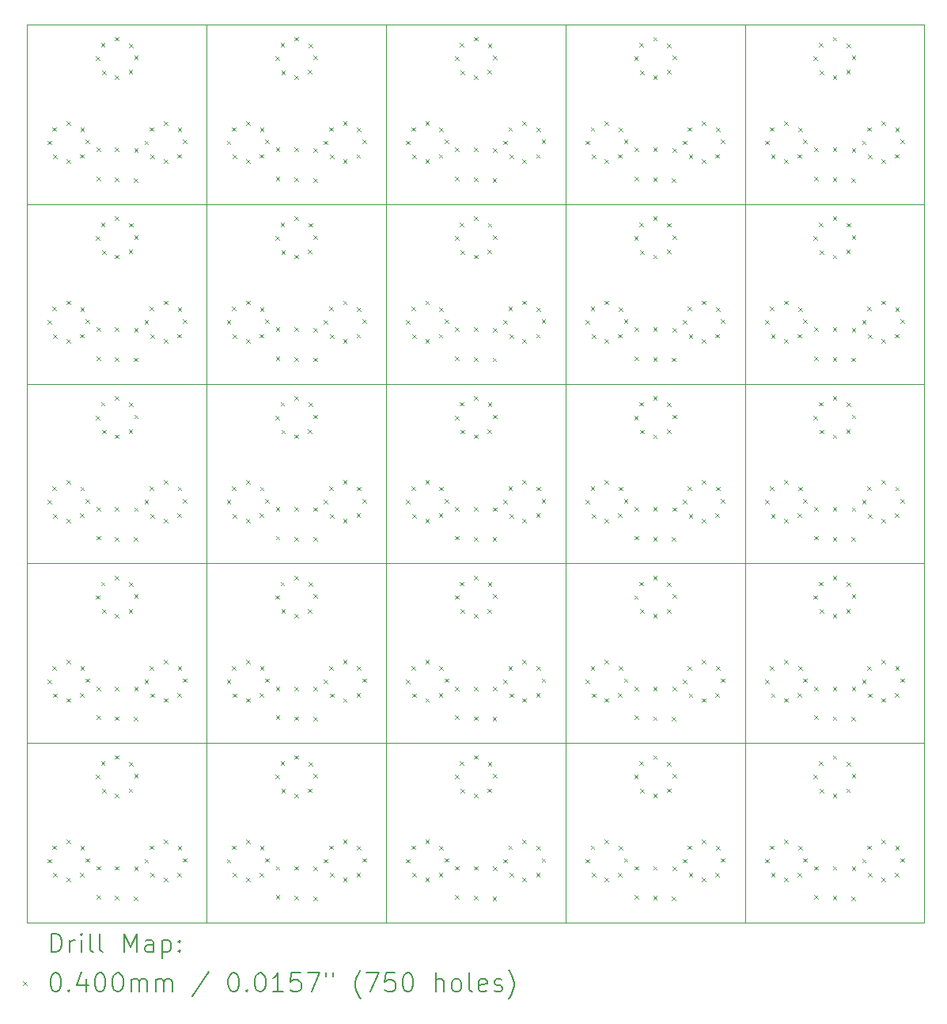
<source format=gbr>
%TF.GenerationSoftware,KiCad,Pcbnew,7.0.9*%
%TF.CreationDate,2024-01-01T14:04:10+01:00*%
%TF.ProjectId,Nutzen,4e75747a-656e-42e6-9b69-6361645f7063,rev?*%
%TF.SameCoordinates,Original*%
%TF.FileFunction,Drillmap*%
%TF.FilePolarity,Positive*%
%FSLAX45Y45*%
G04 Gerber Fmt 4.5, Leading zero omitted, Abs format (unit mm)*
G04 Created by KiCad (PCBNEW 7.0.9) date 2024-01-01 14:04:10*
%MOMM*%
%LPD*%
G01*
G04 APERTURE LIST*
%ADD10C,0.100000*%
%ADD11C,0.200000*%
G04 APERTURE END LIST*
D10*
X17925000Y-5470000D02*
X19845000Y-5470000D01*
X19845000Y-7390000D01*
X17925000Y-7390000D01*
X17925000Y-5470000D01*
X12165000Y-3550000D02*
X14085000Y-3550000D01*
X14085000Y-5470000D01*
X12165000Y-5470000D01*
X12165000Y-3550000D01*
X17925000Y-7390000D02*
X19845000Y-7390000D01*
X19845000Y-9310000D01*
X17925000Y-9310000D01*
X17925000Y-7390000D01*
X12165000Y-9310000D02*
X14085000Y-9310000D01*
X14085000Y-11230000D01*
X12165000Y-11230000D01*
X12165000Y-9310000D01*
X12165000Y-5470000D02*
X14085000Y-5470000D01*
X14085000Y-7390000D01*
X12165000Y-7390000D01*
X12165000Y-5470000D01*
X14085000Y-9310000D02*
X16005000Y-9310000D01*
X16005000Y-11230000D01*
X14085000Y-11230000D01*
X14085000Y-9310000D01*
X14085000Y-5470000D02*
X16005000Y-5470000D01*
X16005000Y-7390000D01*
X14085000Y-7390000D01*
X14085000Y-5470000D01*
X10245000Y-5470000D02*
X12165000Y-5470000D01*
X12165000Y-7390000D01*
X10245000Y-7390000D01*
X10245000Y-5470000D01*
X16005000Y-7390000D02*
X17925000Y-7390000D01*
X17925000Y-9310000D01*
X16005000Y-9310000D01*
X16005000Y-7390000D01*
X10245000Y-3550000D02*
X12165000Y-3550000D01*
X12165000Y-5470000D01*
X10245000Y-5470000D01*
X10245000Y-3550000D01*
X17925000Y-9310000D02*
X19845000Y-9310000D01*
X19845000Y-11230000D01*
X17925000Y-11230000D01*
X17925000Y-9310000D01*
X14085000Y-11230000D02*
X16005000Y-11230000D01*
X16005000Y-13150000D01*
X14085000Y-13150000D01*
X14085000Y-11230000D01*
X14085000Y-7390000D02*
X16005000Y-7390000D01*
X16005000Y-9310000D01*
X14085000Y-9310000D01*
X14085000Y-7390000D01*
X16005000Y-11230000D02*
X17925000Y-11230000D01*
X17925000Y-13150000D01*
X16005000Y-13150000D01*
X16005000Y-11230000D01*
X10245000Y-9310000D02*
X12165000Y-9310000D01*
X12165000Y-11230000D01*
X10245000Y-11230000D01*
X10245000Y-9310000D01*
X16005000Y-3550000D02*
X17925000Y-3550000D01*
X17925000Y-5470000D01*
X16005000Y-5470000D01*
X16005000Y-3550000D01*
X16005000Y-9310000D02*
X17925000Y-9310000D01*
X17925000Y-11230000D01*
X16005000Y-11230000D01*
X16005000Y-9310000D01*
X16005000Y-5470000D02*
X17925000Y-5470000D01*
X17925000Y-7390000D01*
X16005000Y-7390000D01*
X16005000Y-5470000D01*
X17925000Y-11230000D02*
X19845000Y-11230000D01*
X19845000Y-13150000D01*
X17925000Y-13150000D01*
X17925000Y-11230000D01*
X10245000Y-7390000D02*
X12165000Y-7390000D01*
X12165000Y-9310000D01*
X10245000Y-9310000D01*
X10245000Y-7390000D01*
X12165000Y-11230000D02*
X14085000Y-11230000D01*
X14085000Y-13150000D01*
X12165000Y-13150000D01*
X12165000Y-11230000D01*
X14085000Y-3550000D02*
X16005000Y-3550000D01*
X16005000Y-5470000D01*
X14085000Y-5470000D01*
X14085000Y-3550000D01*
X12165000Y-7390000D02*
X14085000Y-7390000D01*
X14085000Y-9310000D01*
X12165000Y-9310000D01*
X12165000Y-7390000D01*
X10245000Y-11230000D02*
X12165000Y-11230000D01*
X12165000Y-13150000D01*
X10245000Y-13150000D01*
X10245000Y-11230000D01*
X17925000Y-3550000D02*
X19845000Y-3550000D01*
X19845000Y-5470000D01*
X17925000Y-5470000D01*
X17925000Y-3550000D01*
D11*
D10*
X10460000Y-4790000D02*
X10500000Y-4830000D01*
X10500000Y-4790000D02*
X10460000Y-4830000D01*
X10460000Y-6710000D02*
X10500000Y-6750000D01*
X10500000Y-6710000D02*
X10460000Y-6750000D01*
X10460000Y-8630000D02*
X10500000Y-8670000D01*
X10500000Y-8630000D02*
X10460000Y-8670000D01*
X10460000Y-10550000D02*
X10500000Y-10590000D01*
X10500000Y-10550000D02*
X10460000Y-10590000D01*
X10460000Y-12470000D02*
X10500000Y-12510000D01*
X10500000Y-12470000D02*
X10460000Y-12510000D01*
X10515000Y-4645000D02*
X10555000Y-4685000D01*
X10555000Y-4645000D02*
X10515000Y-4685000D01*
X10515000Y-6565000D02*
X10555000Y-6605000D01*
X10555000Y-6565000D02*
X10515000Y-6605000D01*
X10515000Y-8485000D02*
X10555000Y-8525000D01*
X10555000Y-8485000D02*
X10515000Y-8525000D01*
X10515000Y-10405000D02*
X10555000Y-10445000D01*
X10555000Y-10405000D02*
X10515000Y-10445000D01*
X10515000Y-12325000D02*
X10555000Y-12365000D01*
X10555000Y-12325000D02*
X10515000Y-12365000D01*
X10525000Y-4940000D02*
X10565000Y-4980000D01*
X10565000Y-4940000D02*
X10525000Y-4980000D01*
X10525000Y-6860000D02*
X10565000Y-6900000D01*
X10565000Y-6860000D02*
X10525000Y-6900000D01*
X10525000Y-8780000D02*
X10565000Y-8820000D01*
X10565000Y-8780000D02*
X10525000Y-8820000D01*
X10525000Y-10700000D02*
X10565000Y-10740000D01*
X10565000Y-10700000D02*
X10525000Y-10740000D01*
X10525000Y-12620000D02*
X10565000Y-12660000D01*
X10565000Y-12620000D02*
X10525000Y-12660000D01*
X10665000Y-4580000D02*
X10705000Y-4620000D01*
X10705000Y-4580000D02*
X10665000Y-4620000D01*
X10665000Y-4990000D02*
X10705000Y-5030000D01*
X10705000Y-4990000D02*
X10665000Y-5030000D01*
X10665000Y-6500000D02*
X10705000Y-6540000D01*
X10705000Y-6500000D02*
X10665000Y-6540000D01*
X10665000Y-6910000D02*
X10705000Y-6950000D01*
X10705000Y-6910000D02*
X10665000Y-6950000D01*
X10665000Y-8420000D02*
X10705000Y-8460000D01*
X10705000Y-8420000D02*
X10665000Y-8460000D01*
X10665000Y-8830000D02*
X10705000Y-8870000D01*
X10705000Y-8830000D02*
X10665000Y-8870000D01*
X10665000Y-10340000D02*
X10705000Y-10380000D01*
X10705000Y-10340000D02*
X10665000Y-10380000D01*
X10665000Y-10750000D02*
X10705000Y-10790000D01*
X10705000Y-10750000D02*
X10665000Y-10790000D01*
X10665000Y-12260000D02*
X10705000Y-12300000D01*
X10705000Y-12260000D02*
X10665000Y-12300000D01*
X10665000Y-12670000D02*
X10705000Y-12710000D01*
X10705000Y-12670000D02*
X10665000Y-12710000D01*
X10810000Y-4935000D02*
X10850000Y-4975000D01*
X10850000Y-4935000D02*
X10810000Y-4975000D01*
X10810000Y-6855000D02*
X10850000Y-6895000D01*
X10850000Y-6855000D02*
X10810000Y-6895000D01*
X10810000Y-8775000D02*
X10850000Y-8815000D01*
X10850000Y-8775000D02*
X10810000Y-8815000D01*
X10810000Y-10695000D02*
X10850000Y-10735000D01*
X10850000Y-10695000D02*
X10810000Y-10735000D01*
X10810000Y-12615000D02*
X10850000Y-12655000D01*
X10850000Y-12615000D02*
X10810000Y-12655000D01*
X10815000Y-4650000D02*
X10855000Y-4690000D01*
X10855000Y-4650000D02*
X10815000Y-4690000D01*
X10815000Y-6570000D02*
X10855000Y-6610000D01*
X10855000Y-6570000D02*
X10815000Y-6610000D01*
X10815000Y-8490000D02*
X10855000Y-8530000D01*
X10855000Y-8490000D02*
X10815000Y-8530000D01*
X10815000Y-10410000D02*
X10855000Y-10450000D01*
X10855000Y-10410000D02*
X10815000Y-10450000D01*
X10815000Y-12330000D02*
X10855000Y-12370000D01*
X10855000Y-12330000D02*
X10815000Y-12370000D01*
X10870000Y-4780000D02*
X10910000Y-4820000D01*
X10910000Y-4780000D02*
X10870000Y-4820000D01*
X10870000Y-6700000D02*
X10910000Y-6740000D01*
X10910000Y-6700000D02*
X10870000Y-6740000D01*
X10870000Y-8620000D02*
X10910000Y-8660000D01*
X10910000Y-8620000D02*
X10870000Y-8660000D01*
X10870000Y-10540000D02*
X10910000Y-10580000D01*
X10910000Y-10540000D02*
X10870000Y-10580000D01*
X10870000Y-12460000D02*
X10910000Y-12500000D01*
X10910000Y-12460000D02*
X10870000Y-12500000D01*
X10980000Y-3890000D02*
X11020000Y-3930000D01*
X11020000Y-3890000D02*
X10980000Y-3930000D01*
X10980000Y-5810000D02*
X11020000Y-5850000D01*
X11020000Y-5810000D02*
X10980000Y-5850000D01*
X10980000Y-7730000D02*
X11020000Y-7770000D01*
X11020000Y-7730000D02*
X10980000Y-7770000D01*
X10980000Y-9650000D02*
X11020000Y-9690000D01*
X11020000Y-9650000D02*
X10980000Y-9690000D01*
X10980000Y-11570000D02*
X11020000Y-11610000D01*
X11020000Y-11570000D02*
X10980000Y-11610000D01*
X10985000Y-4865000D02*
X11025000Y-4905000D01*
X11025000Y-4865000D02*
X10985000Y-4905000D01*
X10985000Y-5175000D02*
X11025000Y-5215000D01*
X11025000Y-5175000D02*
X10985000Y-5215000D01*
X10985000Y-6785000D02*
X11025000Y-6825000D01*
X11025000Y-6785000D02*
X10985000Y-6825000D01*
X10985000Y-7095000D02*
X11025000Y-7135000D01*
X11025000Y-7095000D02*
X10985000Y-7135000D01*
X10985000Y-8705000D02*
X11025000Y-8745000D01*
X11025000Y-8705000D02*
X10985000Y-8745000D01*
X10985000Y-9015000D02*
X11025000Y-9055000D01*
X11025000Y-9015000D02*
X10985000Y-9055000D01*
X10985000Y-10625000D02*
X11025000Y-10665000D01*
X11025000Y-10625000D02*
X10985000Y-10665000D01*
X10985000Y-10935000D02*
X11025000Y-10975000D01*
X11025000Y-10935000D02*
X10985000Y-10975000D01*
X10985000Y-12545000D02*
X11025000Y-12585000D01*
X11025000Y-12545000D02*
X10985000Y-12585000D01*
X10985000Y-12855000D02*
X11025000Y-12895000D01*
X11025000Y-12855000D02*
X10985000Y-12895000D01*
X11035000Y-3745000D02*
X11075000Y-3785000D01*
X11075000Y-3745000D02*
X11035000Y-3785000D01*
X11035000Y-5665000D02*
X11075000Y-5705000D01*
X11075000Y-5665000D02*
X11035000Y-5705000D01*
X11035000Y-7585000D02*
X11075000Y-7625000D01*
X11075000Y-7585000D02*
X11035000Y-7625000D01*
X11035000Y-9505000D02*
X11075000Y-9545000D01*
X11075000Y-9505000D02*
X11035000Y-9545000D01*
X11035000Y-11425000D02*
X11075000Y-11465000D01*
X11075000Y-11425000D02*
X11035000Y-11465000D01*
X11045000Y-4040000D02*
X11085000Y-4080000D01*
X11085000Y-4040000D02*
X11045000Y-4080000D01*
X11045000Y-5960000D02*
X11085000Y-6000000D01*
X11085000Y-5960000D02*
X11045000Y-6000000D01*
X11045000Y-7880000D02*
X11085000Y-7920000D01*
X11085000Y-7880000D02*
X11045000Y-7920000D01*
X11045000Y-9800000D02*
X11085000Y-9840000D01*
X11085000Y-9800000D02*
X11045000Y-9840000D01*
X11045000Y-11720000D02*
X11085000Y-11760000D01*
X11085000Y-11720000D02*
X11045000Y-11760000D01*
X11185000Y-3680000D02*
X11225000Y-3720000D01*
X11225000Y-3680000D02*
X11185000Y-3720000D01*
X11185000Y-4090000D02*
X11225000Y-4130000D01*
X11225000Y-4090000D02*
X11185000Y-4130000D01*
X11185000Y-4865000D02*
X11225000Y-4905000D01*
X11225000Y-4865000D02*
X11185000Y-4905000D01*
X11185000Y-5185000D02*
X11225000Y-5225000D01*
X11225000Y-5185000D02*
X11185000Y-5225000D01*
X11185000Y-5600000D02*
X11225000Y-5640000D01*
X11225000Y-5600000D02*
X11185000Y-5640000D01*
X11185000Y-6010000D02*
X11225000Y-6050000D01*
X11225000Y-6010000D02*
X11185000Y-6050000D01*
X11185000Y-6785000D02*
X11225000Y-6825000D01*
X11225000Y-6785000D02*
X11185000Y-6825000D01*
X11185000Y-7105000D02*
X11225000Y-7145000D01*
X11225000Y-7105000D02*
X11185000Y-7145000D01*
X11185000Y-7520000D02*
X11225000Y-7560000D01*
X11225000Y-7520000D02*
X11185000Y-7560000D01*
X11185000Y-7930000D02*
X11225000Y-7970000D01*
X11225000Y-7930000D02*
X11185000Y-7970000D01*
X11185000Y-8705000D02*
X11225000Y-8745000D01*
X11225000Y-8705000D02*
X11185000Y-8745000D01*
X11185000Y-9025000D02*
X11225000Y-9065000D01*
X11225000Y-9025000D02*
X11185000Y-9065000D01*
X11185000Y-9440000D02*
X11225000Y-9480000D01*
X11225000Y-9440000D02*
X11185000Y-9480000D01*
X11185000Y-9850000D02*
X11225000Y-9890000D01*
X11225000Y-9850000D02*
X11185000Y-9890000D01*
X11185000Y-10625000D02*
X11225000Y-10665000D01*
X11225000Y-10625000D02*
X11185000Y-10665000D01*
X11185000Y-10945000D02*
X11225000Y-10985000D01*
X11225000Y-10945000D02*
X11185000Y-10985000D01*
X11185000Y-11360000D02*
X11225000Y-11400000D01*
X11225000Y-11360000D02*
X11185000Y-11400000D01*
X11185000Y-11770000D02*
X11225000Y-11810000D01*
X11225000Y-11770000D02*
X11185000Y-11810000D01*
X11185000Y-12545000D02*
X11225000Y-12585000D01*
X11225000Y-12545000D02*
X11185000Y-12585000D01*
X11185000Y-12865000D02*
X11225000Y-12905000D01*
X11225000Y-12865000D02*
X11185000Y-12905000D01*
X11330000Y-4035000D02*
X11370000Y-4075000D01*
X11370000Y-4035000D02*
X11330000Y-4075000D01*
X11330000Y-5955000D02*
X11370000Y-5995000D01*
X11370000Y-5955000D02*
X11330000Y-5995000D01*
X11330000Y-7875000D02*
X11370000Y-7915000D01*
X11370000Y-7875000D02*
X11330000Y-7915000D01*
X11330000Y-9795000D02*
X11370000Y-9835000D01*
X11370000Y-9795000D02*
X11330000Y-9835000D01*
X11330000Y-11715000D02*
X11370000Y-11755000D01*
X11370000Y-11715000D02*
X11330000Y-11755000D01*
X11335000Y-3750000D02*
X11375000Y-3790000D01*
X11375000Y-3750000D02*
X11335000Y-3790000D01*
X11335000Y-5670000D02*
X11375000Y-5710000D01*
X11375000Y-5670000D02*
X11335000Y-5710000D01*
X11335000Y-7590000D02*
X11375000Y-7630000D01*
X11375000Y-7590000D02*
X11335000Y-7630000D01*
X11335000Y-9510000D02*
X11375000Y-9550000D01*
X11375000Y-9510000D02*
X11335000Y-9550000D01*
X11335000Y-11430000D02*
X11375000Y-11470000D01*
X11375000Y-11430000D02*
X11335000Y-11470000D01*
X11385000Y-5190000D02*
X11425000Y-5230000D01*
X11425000Y-5190000D02*
X11385000Y-5230000D01*
X11385000Y-7110000D02*
X11425000Y-7150000D01*
X11425000Y-7110000D02*
X11385000Y-7150000D01*
X11385000Y-9030000D02*
X11425000Y-9070000D01*
X11425000Y-9030000D02*
X11385000Y-9070000D01*
X11385000Y-10950000D02*
X11425000Y-10990000D01*
X11425000Y-10950000D02*
X11385000Y-10990000D01*
X11385000Y-12870000D02*
X11425000Y-12910000D01*
X11425000Y-12870000D02*
X11385000Y-12910000D01*
X11390000Y-3880000D02*
X11430000Y-3920000D01*
X11430000Y-3880000D02*
X11390000Y-3920000D01*
X11390000Y-4870000D02*
X11430000Y-4910000D01*
X11430000Y-4870000D02*
X11390000Y-4910000D01*
X11390000Y-5800000D02*
X11430000Y-5840000D01*
X11430000Y-5800000D02*
X11390000Y-5840000D01*
X11390000Y-6790000D02*
X11430000Y-6830000D01*
X11430000Y-6790000D02*
X11390000Y-6830000D01*
X11390000Y-7720000D02*
X11430000Y-7760000D01*
X11430000Y-7720000D02*
X11390000Y-7760000D01*
X11390000Y-8710000D02*
X11430000Y-8750000D01*
X11430000Y-8710000D02*
X11390000Y-8750000D01*
X11390000Y-9640000D02*
X11430000Y-9680000D01*
X11430000Y-9640000D02*
X11390000Y-9680000D01*
X11390000Y-10630000D02*
X11430000Y-10670000D01*
X11430000Y-10630000D02*
X11390000Y-10670000D01*
X11390000Y-11560000D02*
X11430000Y-11600000D01*
X11430000Y-11560000D02*
X11390000Y-11600000D01*
X11390000Y-12550000D02*
X11430000Y-12590000D01*
X11430000Y-12550000D02*
X11390000Y-12590000D01*
X11500000Y-4790000D02*
X11540000Y-4830000D01*
X11540000Y-4790000D02*
X11500000Y-4830000D01*
X11500000Y-6710000D02*
X11540000Y-6750000D01*
X11540000Y-6710000D02*
X11500000Y-6750000D01*
X11500000Y-8630000D02*
X11540000Y-8670000D01*
X11540000Y-8630000D02*
X11500000Y-8670000D01*
X11500000Y-10550000D02*
X11540000Y-10590000D01*
X11540000Y-10550000D02*
X11500000Y-10590000D01*
X11500000Y-12470000D02*
X11540000Y-12510000D01*
X11540000Y-12470000D02*
X11500000Y-12510000D01*
X11555000Y-4645000D02*
X11595000Y-4685000D01*
X11595000Y-4645000D02*
X11555000Y-4685000D01*
X11555000Y-6565000D02*
X11595000Y-6605000D01*
X11595000Y-6565000D02*
X11555000Y-6605000D01*
X11555000Y-8485000D02*
X11595000Y-8525000D01*
X11595000Y-8485000D02*
X11555000Y-8525000D01*
X11555000Y-10405000D02*
X11595000Y-10445000D01*
X11595000Y-10405000D02*
X11555000Y-10445000D01*
X11555000Y-12325000D02*
X11595000Y-12365000D01*
X11595000Y-12325000D02*
X11555000Y-12365000D01*
X11565000Y-4940000D02*
X11605000Y-4980000D01*
X11605000Y-4940000D02*
X11565000Y-4980000D01*
X11565000Y-6860000D02*
X11605000Y-6900000D01*
X11605000Y-6860000D02*
X11565000Y-6900000D01*
X11565000Y-8780000D02*
X11605000Y-8820000D01*
X11605000Y-8780000D02*
X11565000Y-8820000D01*
X11565000Y-10700000D02*
X11605000Y-10740000D01*
X11605000Y-10700000D02*
X11565000Y-10740000D01*
X11565000Y-12620000D02*
X11605000Y-12660000D01*
X11605000Y-12620000D02*
X11565000Y-12660000D01*
X11705000Y-4580000D02*
X11745000Y-4620000D01*
X11745000Y-4580000D02*
X11705000Y-4620000D01*
X11705000Y-4990000D02*
X11745000Y-5030000D01*
X11745000Y-4990000D02*
X11705000Y-5030000D01*
X11705000Y-6500000D02*
X11745000Y-6540000D01*
X11745000Y-6500000D02*
X11705000Y-6540000D01*
X11705000Y-6910000D02*
X11745000Y-6950000D01*
X11745000Y-6910000D02*
X11705000Y-6950000D01*
X11705000Y-8420000D02*
X11745000Y-8460000D01*
X11745000Y-8420000D02*
X11705000Y-8460000D01*
X11705000Y-8830000D02*
X11745000Y-8870000D01*
X11745000Y-8830000D02*
X11705000Y-8870000D01*
X11705000Y-10340000D02*
X11745000Y-10380000D01*
X11745000Y-10340000D02*
X11705000Y-10380000D01*
X11705000Y-10750000D02*
X11745000Y-10790000D01*
X11745000Y-10750000D02*
X11705000Y-10790000D01*
X11705000Y-12260000D02*
X11745000Y-12300000D01*
X11745000Y-12260000D02*
X11705000Y-12300000D01*
X11705000Y-12670000D02*
X11745000Y-12710000D01*
X11745000Y-12670000D02*
X11705000Y-12710000D01*
X11850000Y-4935000D02*
X11890000Y-4975000D01*
X11890000Y-4935000D02*
X11850000Y-4975000D01*
X11850000Y-6855000D02*
X11890000Y-6895000D01*
X11890000Y-6855000D02*
X11850000Y-6895000D01*
X11850000Y-8775000D02*
X11890000Y-8815000D01*
X11890000Y-8775000D02*
X11850000Y-8815000D01*
X11850000Y-10695000D02*
X11890000Y-10735000D01*
X11890000Y-10695000D02*
X11850000Y-10735000D01*
X11850000Y-12615000D02*
X11890000Y-12655000D01*
X11890000Y-12615000D02*
X11850000Y-12655000D01*
X11855000Y-4650000D02*
X11895000Y-4690000D01*
X11895000Y-4650000D02*
X11855000Y-4690000D01*
X11855000Y-6570000D02*
X11895000Y-6610000D01*
X11895000Y-6570000D02*
X11855000Y-6610000D01*
X11855000Y-8490000D02*
X11895000Y-8530000D01*
X11895000Y-8490000D02*
X11855000Y-8530000D01*
X11855000Y-10410000D02*
X11895000Y-10450000D01*
X11895000Y-10410000D02*
X11855000Y-10450000D01*
X11855000Y-12330000D02*
X11895000Y-12370000D01*
X11895000Y-12330000D02*
X11855000Y-12370000D01*
X11910000Y-4780000D02*
X11950000Y-4820000D01*
X11950000Y-4780000D02*
X11910000Y-4820000D01*
X11910000Y-6700000D02*
X11950000Y-6740000D01*
X11950000Y-6700000D02*
X11910000Y-6740000D01*
X11910000Y-8620000D02*
X11950000Y-8660000D01*
X11950000Y-8620000D02*
X11910000Y-8660000D01*
X11910000Y-10540000D02*
X11950000Y-10580000D01*
X11950000Y-10540000D02*
X11910000Y-10580000D01*
X11910000Y-12460000D02*
X11950000Y-12500000D01*
X11950000Y-12460000D02*
X11910000Y-12500000D01*
X12380000Y-4790000D02*
X12420000Y-4830000D01*
X12420000Y-4790000D02*
X12380000Y-4830000D01*
X12380000Y-6710000D02*
X12420000Y-6750000D01*
X12420000Y-6710000D02*
X12380000Y-6750000D01*
X12380000Y-8630000D02*
X12420000Y-8670000D01*
X12420000Y-8630000D02*
X12380000Y-8670000D01*
X12380000Y-10550000D02*
X12420000Y-10590000D01*
X12420000Y-10550000D02*
X12380000Y-10590000D01*
X12380000Y-12470000D02*
X12420000Y-12510000D01*
X12420000Y-12470000D02*
X12380000Y-12510000D01*
X12435000Y-4645000D02*
X12475000Y-4685000D01*
X12475000Y-4645000D02*
X12435000Y-4685000D01*
X12435000Y-6565000D02*
X12475000Y-6605000D01*
X12475000Y-6565000D02*
X12435000Y-6605000D01*
X12435000Y-8485000D02*
X12475000Y-8525000D01*
X12475000Y-8485000D02*
X12435000Y-8525000D01*
X12435000Y-10405000D02*
X12475000Y-10445000D01*
X12475000Y-10405000D02*
X12435000Y-10445000D01*
X12435000Y-12325000D02*
X12475000Y-12365000D01*
X12475000Y-12325000D02*
X12435000Y-12365000D01*
X12445000Y-4940000D02*
X12485000Y-4980000D01*
X12485000Y-4940000D02*
X12445000Y-4980000D01*
X12445000Y-6860000D02*
X12485000Y-6900000D01*
X12485000Y-6860000D02*
X12445000Y-6900000D01*
X12445000Y-8780000D02*
X12485000Y-8820000D01*
X12485000Y-8780000D02*
X12445000Y-8820000D01*
X12445000Y-10700000D02*
X12485000Y-10740000D01*
X12485000Y-10700000D02*
X12445000Y-10740000D01*
X12445000Y-12620000D02*
X12485000Y-12660000D01*
X12485000Y-12620000D02*
X12445000Y-12660000D01*
X12585000Y-4580000D02*
X12625000Y-4620000D01*
X12625000Y-4580000D02*
X12585000Y-4620000D01*
X12585000Y-4990000D02*
X12625000Y-5030000D01*
X12625000Y-4990000D02*
X12585000Y-5030000D01*
X12585000Y-6500000D02*
X12625000Y-6540000D01*
X12625000Y-6500000D02*
X12585000Y-6540000D01*
X12585000Y-6910000D02*
X12625000Y-6950000D01*
X12625000Y-6910000D02*
X12585000Y-6950000D01*
X12585000Y-8420000D02*
X12625000Y-8460000D01*
X12625000Y-8420000D02*
X12585000Y-8460000D01*
X12585000Y-8830000D02*
X12625000Y-8870000D01*
X12625000Y-8830000D02*
X12585000Y-8870000D01*
X12585000Y-10340000D02*
X12625000Y-10380000D01*
X12625000Y-10340000D02*
X12585000Y-10380000D01*
X12585000Y-10750000D02*
X12625000Y-10790000D01*
X12625000Y-10750000D02*
X12585000Y-10790000D01*
X12585000Y-12260000D02*
X12625000Y-12300000D01*
X12625000Y-12260000D02*
X12585000Y-12300000D01*
X12585000Y-12670000D02*
X12625000Y-12710000D01*
X12625000Y-12670000D02*
X12585000Y-12710000D01*
X12730000Y-4935000D02*
X12770000Y-4975000D01*
X12770000Y-4935000D02*
X12730000Y-4975000D01*
X12730000Y-6855000D02*
X12770000Y-6895000D01*
X12770000Y-6855000D02*
X12730000Y-6895000D01*
X12730000Y-8775000D02*
X12770000Y-8815000D01*
X12770000Y-8775000D02*
X12730000Y-8815000D01*
X12730000Y-10695000D02*
X12770000Y-10735000D01*
X12770000Y-10695000D02*
X12730000Y-10735000D01*
X12730000Y-12615000D02*
X12770000Y-12655000D01*
X12770000Y-12615000D02*
X12730000Y-12655000D01*
X12735000Y-4650000D02*
X12775000Y-4690000D01*
X12775000Y-4650000D02*
X12735000Y-4690000D01*
X12735000Y-6570000D02*
X12775000Y-6610000D01*
X12775000Y-6570000D02*
X12735000Y-6610000D01*
X12735000Y-8490000D02*
X12775000Y-8530000D01*
X12775000Y-8490000D02*
X12735000Y-8530000D01*
X12735000Y-10410000D02*
X12775000Y-10450000D01*
X12775000Y-10410000D02*
X12735000Y-10450000D01*
X12735000Y-12330000D02*
X12775000Y-12370000D01*
X12775000Y-12330000D02*
X12735000Y-12370000D01*
X12790000Y-4780000D02*
X12830000Y-4820000D01*
X12830000Y-4780000D02*
X12790000Y-4820000D01*
X12790000Y-6700000D02*
X12830000Y-6740000D01*
X12830000Y-6700000D02*
X12790000Y-6740000D01*
X12790000Y-8620000D02*
X12830000Y-8660000D01*
X12830000Y-8620000D02*
X12790000Y-8660000D01*
X12790000Y-10540000D02*
X12830000Y-10580000D01*
X12830000Y-10540000D02*
X12790000Y-10580000D01*
X12790000Y-12460000D02*
X12830000Y-12500000D01*
X12830000Y-12460000D02*
X12790000Y-12500000D01*
X12900000Y-3890000D02*
X12940000Y-3930000D01*
X12940000Y-3890000D02*
X12900000Y-3930000D01*
X12900000Y-5810000D02*
X12940000Y-5850000D01*
X12940000Y-5810000D02*
X12900000Y-5850000D01*
X12900000Y-7730000D02*
X12940000Y-7770000D01*
X12940000Y-7730000D02*
X12900000Y-7770000D01*
X12900000Y-9650000D02*
X12940000Y-9690000D01*
X12940000Y-9650000D02*
X12900000Y-9690000D01*
X12900000Y-11570000D02*
X12940000Y-11610000D01*
X12940000Y-11570000D02*
X12900000Y-11610000D01*
X12905000Y-4865000D02*
X12945000Y-4905000D01*
X12945000Y-4865000D02*
X12905000Y-4905000D01*
X12905000Y-5175000D02*
X12945000Y-5215000D01*
X12945000Y-5175000D02*
X12905000Y-5215000D01*
X12905000Y-6785000D02*
X12945000Y-6825000D01*
X12945000Y-6785000D02*
X12905000Y-6825000D01*
X12905000Y-7095000D02*
X12945000Y-7135000D01*
X12945000Y-7095000D02*
X12905000Y-7135000D01*
X12905000Y-8705000D02*
X12945000Y-8745000D01*
X12945000Y-8705000D02*
X12905000Y-8745000D01*
X12905000Y-9015000D02*
X12945000Y-9055000D01*
X12945000Y-9015000D02*
X12905000Y-9055000D01*
X12905000Y-10625000D02*
X12945000Y-10665000D01*
X12945000Y-10625000D02*
X12905000Y-10665000D01*
X12905000Y-10935000D02*
X12945000Y-10975000D01*
X12945000Y-10935000D02*
X12905000Y-10975000D01*
X12905000Y-12545000D02*
X12945000Y-12585000D01*
X12945000Y-12545000D02*
X12905000Y-12585000D01*
X12905000Y-12855000D02*
X12945000Y-12895000D01*
X12945000Y-12855000D02*
X12905000Y-12895000D01*
X12955000Y-3745000D02*
X12995000Y-3785000D01*
X12995000Y-3745000D02*
X12955000Y-3785000D01*
X12955000Y-5665000D02*
X12995000Y-5705000D01*
X12995000Y-5665000D02*
X12955000Y-5705000D01*
X12955000Y-7585000D02*
X12995000Y-7625000D01*
X12995000Y-7585000D02*
X12955000Y-7625000D01*
X12955000Y-9505000D02*
X12995000Y-9545000D01*
X12995000Y-9505000D02*
X12955000Y-9545000D01*
X12955000Y-11425000D02*
X12995000Y-11465000D01*
X12995000Y-11425000D02*
X12955000Y-11465000D01*
X12965000Y-4040000D02*
X13005000Y-4080000D01*
X13005000Y-4040000D02*
X12965000Y-4080000D01*
X12965000Y-5960000D02*
X13005000Y-6000000D01*
X13005000Y-5960000D02*
X12965000Y-6000000D01*
X12965000Y-7880000D02*
X13005000Y-7920000D01*
X13005000Y-7880000D02*
X12965000Y-7920000D01*
X12965000Y-9800000D02*
X13005000Y-9840000D01*
X13005000Y-9800000D02*
X12965000Y-9840000D01*
X12965000Y-11720000D02*
X13005000Y-11760000D01*
X13005000Y-11720000D02*
X12965000Y-11760000D01*
X13105000Y-3680000D02*
X13145000Y-3720000D01*
X13145000Y-3680000D02*
X13105000Y-3720000D01*
X13105000Y-4090000D02*
X13145000Y-4130000D01*
X13145000Y-4090000D02*
X13105000Y-4130000D01*
X13105000Y-4865000D02*
X13145000Y-4905000D01*
X13145000Y-4865000D02*
X13105000Y-4905000D01*
X13105000Y-5185000D02*
X13145000Y-5225000D01*
X13145000Y-5185000D02*
X13105000Y-5225000D01*
X13105000Y-5600000D02*
X13145000Y-5640000D01*
X13145000Y-5600000D02*
X13105000Y-5640000D01*
X13105000Y-6010000D02*
X13145000Y-6050000D01*
X13145000Y-6010000D02*
X13105000Y-6050000D01*
X13105000Y-6785000D02*
X13145000Y-6825000D01*
X13145000Y-6785000D02*
X13105000Y-6825000D01*
X13105000Y-7105000D02*
X13145000Y-7145000D01*
X13145000Y-7105000D02*
X13105000Y-7145000D01*
X13105000Y-7520000D02*
X13145000Y-7560000D01*
X13145000Y-7520000D02*
X13105000Y-7560000D01*
X13105000Y-7930000D02*
X13145000Y-7970000D01*
X13145000Y-7930000D02*
X13105000Y-7970000D01*
X13105000Y-8705000D02*
X13145000Y-8745000D01*
X13145000Y-8705000D02*
X13105000Y-8745000D01*
X13105000Y-9025000D02*
X13145000Y-9065000D01*
X13145000Y-9025000D02*
X13105000Y-9065000D01*
X13105000Y-9440000D02*
X13145000Y-9480000D01*
X13145000Y-9440000D02*
X13105000Y-9480000D01*
X13105000Y-9850000D02*
X13145000Y-9890000D01*
X13145000Y-9850000D02*
X13105000Y-9890000D01*
X13105000Y-10625000D02*
X13145000Y-10665000D01*
X13145000Y-10625000D02*
X13105000Y-10665000D01*
X13105000Y-10945000D02*
X13145000Y-10985000D01*
X13145000Y-10945000D02*
X13105000Y-10985000D01*
X13105000Y-11360000D02*
X13145000Y-11400000D01*
X13145000Y-11360000D02*
X13105000Y-11400000D01*
X13105000Y-11770000D02*
X13145000Y-11810000D01*
X13145000Y-11770000D02*
X13105000Y-11810000D01*
X13105000Y-12545000D02*
X13145000Y-12585000D01*
X13145000Y-12545000D02*
X13105000Y-12585000D01*
X13105000Y-12865000D02*
X13145000Y-12905000D01*
X13145000Y-12865000D02*
X13105000Y-12905000D01*
X13250000Y-4035000D02*
X13290000Y-4075000D01*
X13290000Y-4035000D02*
X13250000Y-4075000D01*
X13250000Y-5955000D02*
X13290000Y-5995000D01*
X13290000Y-5955000D02*
X13250000Y-5995000D01*
X13250000Y-7875000D02*
X13290000Y-7915000D01*
X13290000Y-7875000D02*
X13250000Y-7915000D01*
X13250000Y-9795000D02*
X13290000Y-9835000D01*
X13290000Y-9795000D02*
X13250000Y-9835000D01*
X13250000Y-11715000D02*
X13290000Y-11755000D01*
X13290000Y-11715000D02*
X13250000Y-11755000D01*
X13255000Y-3750000D02*
X13295000Y-3790000D01*
X13295000Y-3750000D02*
X13255000Y-3790000D01*
X13255000Y-5670000D02*
X13295000Y-5710000D01*
X13295000Y-5670000D02*
X13255000Y-5710000D01*
X13255000Y-7590000D02*
X13295000Y-7630000D01*
X13295000Y-7590000D02*
X13255000Y-7630000D01*
X13255000Y-9510000D02*
X13295000Y-9550000D01*
X13295000Y-9510000D02*
X13255000Y-9550000D01*
X13255000Y-11430000D02*
X13295000Y-11470000D01*
X13295000Y-11430000D02*
X13255000Y-11470000D01*
X13305000Y-5190000D02*
X13345000Y-5230000D01*
X13345000Y-5190000D02*
X13305000Y-5230000D01*
X13305000Y-7110000D02*
X13345000Y-7150000D01*
X13345000Y-7110000D02*
X13305000Y-7150000D01*
X13305000Y-9030000D02*
X13345000Y-9070000D01*
X13345000Y-9030000D02*
X13305000Y-9070000D01*
X13305000Y-10950000D02*
X13345000Y-10990000D01*
X13345000Y-10950000D02*
X13305000Y-10990000D01*
X13305000Y-12870000D02*
X13345000Y-12910000D01*
X13345000Y-12870000D02*
X13305000Y-12910000D01*
X13310000Y-3880000D02*
X13350000Y-3920000D01*
X13350000Y-3880000D02*
X13310000Y-3920000D01*
X13310000Y-4870000D02*
X13350000Y-4910000D01*
X13350000Y-4870000D02*
X13310000Y-4910000D01*
X13310000Y-5800000D02*
X13350000Y-5840000D01*
X13350000Y-5800000D02*
X13310000Y-5840000D01*
X13310000Y-6790000D02*
X13350000Y-6830000D01*
X13350000Y-6790000D02*
X13310000Y-6830000D01*
X13310000Y-7720000D02*
X13350000Y-7760000D01*
X13350000Y-7720000D02*
X13310000Y-7760000D01*
X13310000Y-8710000D02*
X13350000Y-8750000D01*
X13350000Y-8710000D02*
X13310000Y-8750000D01*
X13310000Y-9640000D02*
X13350000Y-9680000D01*
X13350000Y-9640000D02*
X13310000Y-9680000D01*
X13310000Y-10630000D02*
X13350000Y-10670000D01*
X13350000Y-10630000D02*
X13310000Y-10670000D01*
X13310000Y-11560000D02*
X13350000Y-11600000D01*
X13350000Y-11560000D02*
X13310000Y-11600000D01*
X13310000Y-12550000D02*
X13350000Y-12590000D01*
X13350000Y-12550000D02*
X13310000Y-12590000D01*
X13420000Y-4790000D02*
X13460000Y-4830000D01*
X13460000Y-4790000D02*
X13420000Y-4830000D01*
X13420000Y-6710000D02*
X13460000Y-6750000D01*
X13460000Y-6710000D02*
X13420000Y-6750000D01*
X13420000Y-8630000D02*
X13460000Y-8670000D01*
X13460000Y-8630000D02*
X13420000Y-8670000D01*
X13420000Y-10550000D02*
X13460000Y-10590000D01*
X13460000Y-10550000D02*
X13420000Y-10590000D01*
X13420000Y-12470000D02*
X13460000Y-12510000D01*
X13460000Y-12470000D02*
X13420000Y-12510000D01*
X13475000Y-4645000D02*
X13515000Y-4685000D01*
X13515000Y-4645000D02*
X13475000Y-4685000D01*
X13475000Y-6565000D02*
X13515000Y-6605000D01*
X13515000Y-6565000D02*
X13475000Y-6605000D01*
X13475000Y-8485000D02*
X13515000Y-8525000D01*
X13515000Y-8485000D02*
X13475000Y-8525000D01*
X13475000Y-10405000D02*
X13515000Y-10445000D01*
X13515000Y-10405000D02*
X13475000Y-10445000D01*
X13475000Y-12325000D02*
X13515000Y-12365000D01*
X13515000Y-12325000D02*
X13475000Y-12365000D01*
X13485000Y-4940000D02*
X13525000Y-4980000D01*
X13525000Y-4940000D02*
X13485000Y-4980000D01*
X13485000Y-6860000D02*
X13525000Y-6900000D01*
X13525000Y-6860000D02*
X13485000Y-6900000D01*
X13485000Y-8780000D02*
X13525000Y-8820000D01*
X13525000Y-8780000D02*
X13485000Y-8820000D01*
X13485000Y-10700000D02*
X13525000Y-10740000D01*
X13525000Y-10700000D02*
X13485000Y-10740000D01*
X13485000Y-12620000D02*
X13525000Y-12660000D01*
X13525000Y-12620000D02*
X13485000Y-12660000D01*
X13625000Y-4580000D02*
X13665000Y-4620000D01*
X13665000Y-4580000D02*
X13625000Y-4620000D01*
X13625000Y-4990000D02*
X13665000Y-5030000D01*
X13665000Y-4990000D02*
X13625000Y-5030000D01*
X13625000Y-6500000D02*
X13665000Y-6540000D01*
X13665000Y-6500000D02*
X13625000Y-6540000D01*
X13625000Y-6910000D02*
X13665000Y-6950000D01*
X13665000Y-6910000D02*
X13625000Y-6950000D01*
X13625000Y-8420000D02*
X13665000Y-8460000D01*
X13665000Y-8420000D02*
X13625000Y-8460000D01*
X13625000Y-8830000D02*
X13665000Y-8870000D01*
X13665000Y-8830000D02*
X13625000Y-8870000D01*
X13625000Y-10340000D02*
X13665000Y-10380000D01*
X13665000Y-10340000D02*
X13625000Y-10380000D01*
X13625000Y-10750000D02*
X13665000Y-10790000D01*
X13665000Y-10750000D02*
X13625000Y-10790000D01*
X13625000Y-12260000D02*
X13665000Y-12300000D01*
X13665000Y-12260000D02*
X13625000Y-12300000D01*
X13625000Y-12670000D02*
X13665000Y-12710000D01*
X13665000Y-12670000D02*
X13625000Y-12710000D01*
X13770000Y-4935000D02*
X13810000Y-4975000D01*
X13810000Y-4935000D02*
X13770000Y-4975000D01*
X13770000Y-6855000D02*
X13810000Y-6895000D01*
X13810000Y-6855000D02*
X13770000Y-6895000D01*
X13770000Y-8775000D02*
X13810000Y-8815000D01*
X13810000Y-8775000D02*
X13770000Y-8815000D01*
X13770000Y-10695000D02*
X13810000Y-10735000D01*
X13810000Y-10695000D02*
X13770000Y-10735000D01*
X13770000Y-12615000D02*
X13810000Y-12655000D01*
X13810000Y-12615000D02*
X13770000Y-12655000D01*
X13775000Y-4650000D02*
X13815000Y-4690000D01*
X13815000Y-4650000D02*
X13775000Y-4690000D01*
X13775000Y-6570000D02*
X13815000Y-6610000D01*
X13815000Y-6570000D02*
X13775000Y-6610000D01*
X13775000Y-8490000D02*
X13815000Y-8530000D01*
X13815000Y-8490000D02*
X13775000Y-8530000D01*
X13775000Y-10410000D02*
X13815000Y-10450000D01*
X13815000Y-10410000D02*
X13775000Y-10450000D01*
X13775000Y-12330000D02*
X13815000Y-12370000D01*
X13815000Y-12330000D02*
X13775000Y-12370000D01*
X13830000Y-4780000D02*
X13870000Y-4820000D01*
X13870000Y-4780000D02*
X13830000Y-4820000D01*
X13830000Y-6700000D02*
X13870000Y-6740000D01*
X13870000Y-6700000D02*
X13830000Y-6740000D01*
X13830000Y-8620000D02*
X13870000Y-8660000D01*
X13870000Y-8620000D02*
X13830000Y-8660000D01*
X13830000Y-10540000D02*
X13870000Y-10580000D01*
X13870000Y-10540000D02*
X13830000Y-10580000D01*
X13830000Y-12460000D02*
X13870000Y-12500000D01*
X13870000Y-12460000D02*
X13830000Y-12500000D01*
X14300000Y-4790000D02*
X14340000Y-4830000D01*
X14340000Y-4790000D02*
X14300000Y-4830000D01*
X14300000Y-6710000D02*
X14340000Y-6750000D01*
X14340000Y-6710000D02*
X14300000Y-6750000D01*
X14300000Y-8630000D02*
X14340000Y-8670000D01*
X14340000Y-8630000D02*
X14300000Y-8670000D01*
X14300000Y-10550000D02*
X14340000Y-10590000D01*
X14340000Y-10550000D02*
X14300000Y-10590000D01*
X14300000Y-12470000D02*
X14340000Y-12510000D01*
X14340000Y-12470000D02*
X14300000Y-12510000D01*
X14355000Y-4645000D02*
X14395000Y-4685000D01*
X14395000Y-4645000D02*
X14355000Y-4685000D01*
X14355000Y-6565000D02*
X14395000Y-6605000D01*
X14395000Y-6565000D02*
X14355000Y-6605000D01*
X14355000Y-8485000D02*
X14395000Y-8525000D01*
X14395000Y-8485000D02*
X14355000Y-8525000D01*
X14355000Y-10405000D02*
X14395000Y-10445000D01*
X14395000Y-10405000D02*
X14355000Y-10445000D01*
X14355000Y-12325000D02*
X14395000Y-12365000D01*
X14395000Y-12325000D02*
X14355000Y-12365000D01*
X14365000Y-4940000D02*
X14405000Y-4980000D01*
X14405000Y-4940000D02*
X14365000Y-4980000D01*
X14365000Y-6860000D02*
X14405000Y-6900000D01*
X14405000Y-6860000D02*
X14365000Y-6900000D01*
X14365000Y-8780000D02*
X14405000Y-8820000D01*
X14405000Y-8780000D02*
X14365000Y-8820000D01*
X14365000Y-10700000D02*
X14405000Y-10740000D01*
X14405000Y-10700000D02*
X14365000Y-10740000D01*
X14365000Y-12620000D02*
X14405000Y-12660000D01*
X14405000Y-12620000D02*
X14365000Y-12660000D01*
X14505000Y-4580000D02*
X14545000Y-4620000D01*
X14545000Y-4580000D02*
X14505000Y-4620000D01*
X14505000Y-4990000D02*
X14545000Y-5030000D01*
X14545000Y-4990000D02*
X14505000Y-5030000D01*
X14505000Y-6500000D02*
X14545000Y-6540000D01*
X14545000Y-6500000D02*
X14505000Y-6540000D01*
X14505000Y-6910000D02*
X14545000Y-6950000D01*
X14545000Y-6910000D02*
X14505000Y-6950000D01*
X14505000Y-8420000D02*
X14545000Y-8460000D01*
X14545000Y-8420000D02*
X14505000Y-8460000D01*
X14505000Y-8830000D02*
X14545000Y-8870000D01*
X14545000Y-8830000D02*
X14505000Y-8870000D01*
X14505000Y-10340000D02*
X14545000Y-10380000D01*
X14545000Y-10340000D02*
X14505000Y-10380000D01*
X14505000Y-10750000D02*
X14545000Y-10790000D01*
X14545000Y-10750000D02*
X14505000Y-10790000D01*
X14505000Y-12260000D02*
X14545000Y-12300000D01*
X14545000Y-12260000D02*
X14505000Y-12300000D01*
X14505000Y-12670000D02*
X14545000Y-12710000D01*
X14545000Y-12670000D02*
X14505000Y-12710000D01*
X14650000Y-4935000D02*
X14690000Y-4975000D01*
X14690000Y-4935000D02*
X14650000Y-4975000D01*
X14650000Y-6855000D02*
X14690000Y-6895000D01*
X14690000Y-6855000D02*
X14650000Y-6895000D01*
X14650000Y-8775000D02*
X14690000Y-8815000D01*
X14690000Y-8775000D02*
X14650000Y-8815000D01*
X14650000Y-10695000D02*
X14690000Y-10735000D01*
X14690000Y-10695000D02*
X14650000Y-10735000D01*
X14650000Y-12615000D02*
X14690000Y-12655000D01*
X14690000Y-12615000D02*
X14650000Y-12655000D01*
X14655000Y-4650000D02*
X14695000Y-4690000D01*
X14695000Y-4650000D02*
X14655000Y-4690000D01*
X14655000Y-6570000D02*
X14695000Y-6610000D01*
X14695000Y-6570000D02*
X14655000Y-6610000D01*
X14655000Y-8490000D02*
X14695000Y-8530000D01*
X14695000Y-8490000D02*
X14655000Y-8530000D01*
X14655000Y-10410000D02*
X14695000Y-10450000D01*
X14695000Y-10410000D02*
X14655000Y-10450000D01*
X14655000Y-12330000D02*
X14695000Y-12370000D01*
X14695000Y-12330000D02*
X14655000Y-12370000D01*
X14710000Y-4780000D02*
X14750000Y-4820000D01*
X14750000Y-4780000D02*
X14710000Y-4820000D01*
X14710000Y-6700000D02*
X14750000Y-6740000D01*
X14750000Y-6700000D02*
X14710000Y-6740000D01*
X14710000Y-8620000D02*
X14750000Y-8660000D01*
X14750000Y-8620000D02*
X14710000Y-8660000D01*
X14710000Y-10540000D02*
X14750000Y-10580000D01*
X14750000Y-10540000D02*
X14710000Y-10580000D01*
X14710000Y-12460000D02*
X14750000Y-12500000D01*
X14750000Y-12460000D02*
X14710000Y-12500000D01*
X14820000Y-3890000D02*
X14860000Y-3930000D01*
X14860000Y-3890000D02*
X14820000Y-3930000D01*
X14820000Y-5810000D02*
X14860000Y-5850000D01*
X14860000Y-5810000D02*
X14820000Y-5850000D01*
X14820000Y-7730000D02*
X14860000Y-7770000D01*
X14860000Y-7730000D02*
X14820000Y-7770000D01*
X14820000Y-9650000D02*
X14860000Y-9690000D01*
X14860000Y-9650000D02*
X14820000Y-9690000D01*
X14820000Y-11570000D02*
X14860000Y-11610000D01*
X14860000Y-11570000D02*
X14820000Y-11610000D01*
X14825000Y-4865000D02*
X14865000Y-4905000D01*
X14865000Y-4865000D02*
X14825000Y-4905000D01*
X14825000Y-5175000D02*
X14865000Y-5215000D01*
X14865000Y-5175000D02*
X14825000Y-5215000D01*
X14825000Y-6785000D02*
X14865000Y-6825000D01*
X14865000Y-6785000D02*
X14825000Y-6825000D01*
X14825000Y-7095000D02*
X14865000Y-7135000D01*
X14865000Y-7095000D02*
X14825000Y-7135000D01*
X14825000Y-8705000D02*
X14865000Y-8745000D01*
X14865000Y-8705000D02*
X14825000Y-8745000D01*
X14825000Y-9015000D02*
X14865000Y-9055000D01*
X14865000Y-9015000D02*
X14825000Y-9055000D01*
X14825000Y-10625000D02*
X14865000Y-10665000D01*
X14865000Y-10625000D02*
X14825000Y-10665000D01*
X14825000Y-10935000D02*
X14865000Y-10975000D01*
X14865000Y-10935000D02*
X14825000Y-10975000D01*
X14825000Y-12545000D02*
X14865000Y-12585000D01*
X14865000Y-12545000D02*
X14825000Y-12585000D01*
X14825000Y-12855000D02*
X14865000Y-12895000D01*
X14865000Y-12855000D02*
X14825000Y-12895000D01*
X14875000Y-3745000D02*
X14915000Y-3785000D01*
X14915000Y-3745000D02*
X14875000Y-3785000D01*
X14875000Y-5665000D02*
X14915000Y-5705000D01*
X14915000Y-5665000D02*
X14875000Y-5705000D01*
X14875000Y-7585000D02*
X14915000Y-7625000D01*
X14915000Y-7585000D02*
X14875000Y-7625000D01*
X14875000Y-9505000D02*
X14915000Y-9545000D01*
X14915000Y-9505000D02*
X14875000Y-9545000D01*
X14875000Y-11425000D02*
X14915000Y-11465000D01*
X14915000Y-11425000D02*
X14875000Y-11465000D01*
X14885000Y-4040000D02*
X14925000Y-4080000D01*
X14925000Y-4040000D02*
X14885000Y-4080000D01*
X14885000Y-5960000D02*
X14925000Y-6000000D01*
X14925000Y-5960000D02*
X14885000Y-6000000D01*
X14885000Y-7880000D02*
X14925000Y-7920000D01*
X14925000Y-7880000D02*
X14885000Y-7920000D01*
X14885000Y-9800000D02*
X14925000Y-9840000D01*
X14925000Y-9800000D02*
X14885000Y-9840000D01*
X14885000Y-11720000D02*
X14925000Y-11760000D01*
X14925000Y-11720000D02*
X14885000Y-11760000D01*
X15025000Y-3680000D02*
X15065000Y-3720000D01*
X15065000Y-3680000D02*
X15025000Y-3720000D01*
X15025000Y-4090000D02*
X15065000Y-4130000D01*
X15065000Y-4090000D02*
X15025000Y-4130000D01*
X15025000Y-4865000D02*
X15065000Y-4905000D01*
X15065000Y-4865000D02*
X15025000Y-4905000D01*
X15025000Y-5185000D02*
X15065000Y-5225000D01*
X15065000Y-5185000D02*
X15025000Y-5225000D01*
X15025000Y-5600000D02*
X15065000Y-5640000D01*
X15065000Y-5600000D02*
X15025000Y-5640000D01*
X15025000Y-6010000D02*
X15065000Y-6050000D01*
X15065000Y-6010000D02*
X15025000Y-6050000D01*
X15025000Y-6785000D02*
X15065000Y-6825000D01*
X15065000Y-6785000D02*
X15025000Y-6825000D01*
X15025000Y-7105000D02*
X15065000Y-7145000D01*
X15065000Y-7105000D02*
X15025000Y-7145000D01*
X15025000Y-7520000D02*
X15065000Y-7560000D01*
X15065000Y-7520000D02*
X15025000Y-7560000D01*
X15025000Y-7930000D02*
X15065000Y-7970000D01*
X15065000Y-7930000D02*
X15025000Y-7970000D01*
X15025000Y-8705000D02*
X15065000Y-8745000D01*
X15065000Y-8705000D02*
X15025000Y-8745000D01*
X15025000Y-9025000D02*
X15065000Y-9065000D01*
X15065000Y-9025000D02*
X15025000Y-9065000D01*
X15025000Y-9440000D02*
X15065000Y-9480000D01*
X15065000Y-9440000D02*
X15025000Y-9480000D01*
X15025000Y-9850000D02*
X15065000Y-9890000D01*
X15065000Y-9850000D02*
X15025000Y-9890000D01*
X15025000Y-10625000D02*
X15065000Y-10665000D01*
X15065000Y-10625000D02*
X15025000Y-10665000D01*
X15025000Y-10945000D02*
X15065000Y-10985000D01*
X15065000Y-10945000D02*
X15025000Y-10985000D01*
X15025000Y-11360000D02*
X15065000Y-11400000D01*
X15065000Y-11360000D02*
X15025000Y-11400000D01*
X15025000Y-11770000D02*
X15065000Y-11810000D01*
X15065000Y-11770000D02*
X15025000Y-11810000D01*
X15025000Y-12545000D02*
X15065000Y-12585000D01*
X15065000Y-12545000D02*
X15025000Y-12585000D01*
X15025000Y-12865000D02*
X15065000Y-12905000D01*
X15065000Y-12865000D02*
X15025000Y-12905000D01*
X15170000Y-4035000D02*
X15210000Y-4075000D01*
X15210000Y-4035000D02*
X15170000Y-4075000D01*
X15170000Y-5955000D02*
X15210000Y-5995000D01*
X15210000Y-5955000D02*
X15170000Y-5995000D01*
X15170000Y-7875000D02*
X15210000Y-7915000D01*
X15210000Y-7875000D02*
X15170000Y-7915000D01*
X15170000Y-9795000D02*
X15210000Y-9835000D01*
X15210000Y-9795000D02*
X15170000Y-9835000D01*
X15170000Y-11715000D02*
X15210000Y-11755000D01*
X15210000Y-11715000D02*
X15170000Y-11755000D01*
X15175000Y-3750000D02*
X15215000Y-3790000D01*
X15215000Y-3750000D02*
X15175000Y-3790000D01*
X15175000Y-5670000D02*
X15215000Y-5710000D01*
X15215000Y-5670000D02*
X15175000Y-5710000D01*
X15175000Y-7590000D02*
X15215000Y-7630000D01*
X15215000Y-7590000D02*
X15175000Y-7630000D01*
X15175000Y-9510000D02*
X15215000Y-9550000D01*
X15215000Y-9510000D02*
X15175000Y-9550000D01*
X15175000Y-11430000D02*
X15215000Y-11470000D01*
X15215000Y-11430000D02*
X15175000Y-11470000D01*
X15225000Y-5190000D02*
X15265000Y-5230000D01*
X15265000Y-5190000D02*
X15225000Y-5230000D01*
X15225000Y-7110000D02*
X15265000Y-7150000D01*
X15265000Y-7110000D02*
X15225000Y-7150000D01*
X15225000Y-9030000D02*
X15265000Y-9070000D01*
X15265000Y-9030000D02*
X15225000Y-9070000D01*
X15225000Y-10950000D02*
X15265000Y-10990000D01*
X15265000Y-10950000D02*
X15225000Y-10990000D01*
X15225000Y-12870000D02*
X15265000Y-12910000D01*
X15265000Y-12870000D02*
X15225000Y-12910000D01*
X15230000Y-3880000D02*
X15270000Y-3920000D01*
X15270000Y-3880000D02*
X15230000Y-3920000D01*
X15230000Y-4870000D02*
X15270000Y-4910000D01*
X15270000Y-4870000D02*
X15230000Y-4910000D01*
X15230000Y-5800000D02*
X15270000Y-5840000D01*
X15270000Y-5800000D02*
X15230000Y-5840000D01*
X15230000Y-6790000D02*
X15270000Y-6830000D01*
X15270000Y-6790000D02*
X15230000Y-6830000D01*
X15230000Y-7720000D02*
X15270000Y-7760000D01*
X15270000Y-7720000D02*
X15230000Y-7760000D01*
X15230000Y-8710000D02*
X15270000Y-8750000D01*
X15270000Y-8710000D02*
X15230000Y-8750000D01*
X15230000Y-9640000D02*
X15270000Y-9680000D01*
X15270000Y-9640000D02*
X15230000Y-9680000D01*
X15230000Y-10630000D02*
X15270000Y-10670000D01*
X15270000Y-10630000D02*
X15230000Y-10670000D01*
X15230000Y-11560000D02*
X15270000Y-11600000D01*
X15270000Y-11560000D02*
X15230000Y-11600000D01*
X15230000Y-12550000D02*
X15270000Y-12590000D01*
X15270000Y-12550000D02*
X15230000Y-12590000D01*
X15340000Y-4790000D02*
X15380000Y-4830000D01*
X15380000Y-4790000D02*
X15340000Y-4830000D01*
X15340000Y-6710000D02*
X15380000Y-6750000D01*
X15380000Y-6710000D02*
X15340000Y-6750000D01*
X15340000Y-8630000D02*
X15380000Y-8670000D01*
X15380000Y-8630000D02*
X15340000Y-8670000D01*
X15340000Y-10550000D02*
X15380000Y-10590000D01*
X15380000Y-10550000D02*
X15340000Y-10590000D01*
X15340000Y-12470000D02*
X15380000Y-12510000D01*
X15380000Y-12470000D02*
X15340000Y-12510000D01*
X15395000Y-4645000D02*
X15435000Y-4685000D01*
X15435000Y-4645000D02*
X15395000Y-4685000D01*
X15395000Y-6565000D02*
X15435000Y-6605000D01*
X15435000Y-6565000D02*
X15395000Y-6605000D01*
X15395000Y-8485000D02*
X15435000Y-8525000D01*
X15435000Y-8485000D02*
X15395000Y-8525000D01*
X15395000Y-10405000D02*
X15435000Y-10445000D01*
X15435000Y-10405000D02*
X15395000Y-10445000D01*
X15395000Y-12325000D02*
X15435000Y-12365000D01*
X15435000Y-12325000D02*
X15395000Y-12365000D01*
X15405000Y-4940000D02*
X15445000Y-4980000D01*
X15445000Y-4940000D02*
X15405000Y-4980000D01*
X15405000Y-6860000D02*
X15445000Y-6900000D01*
X15445000Y-6860000D02*
X15405000Y-6900000D01*
X15405000Y-8780000D02*
X15445000Y-8820000D01*
X15445000Y-8780000D02*
X15405000Y-8820000D01*
X15405000Y-10700000D02*
X15445000Y-10740000D01*
X15445000Y-10700000D02*
X15405000Y-10740000D01*
X15405000Y-12620000D02*
X15445000Y-12660000D01*
X15445000Y-12620000D02*
X15405000Y-12660000D01*
X15545000Y-4580000D02*
X15585000Y-4620000D01*
X15585000Y-4580000D02*
X15545000Y-4620000D01*
X15545000Y-4990000D02*
X15585000Y-5030000D01*
X15585000Y-4990000D02*
X15545000Y-5030000D01*
X15545000Y-6500000D02*
X15585000Y-6540000D01*
X15585000Y-6500000D02*
X15545000Y-6540000D01*
X15545000Y-6910000D02*
X15585000Y-6950000D01*
X15585000Y-6910000D02*
X15545000Y-6950000D01*
X15545000Y-8420000D02*
X15585000Y-8460000D01*
X15585000Y-8420000D02*
X15545000Y-8460000D01*
X15545000Y-8830000D02*
X15585000Y-8870000D01*
X15585000Y-8830000D02*
X15545000Y-8870000D01*
X15545000Y-10340000D02*
X15585000Y-10380000D01*
X15585000Y-10340000D02*
X15545000Y-10380000D01*
X15545000Y-10750000D02*
X15585000Y-10790000D01*
X15585000Y-10750000D02*
X15545000Y-10790000D01*
X15545000Y-12260000D02*
X15585000Y-12300000D01*
X15585000Y-12260000D02*
X15545000Y-12300000D01*
X15545000Y-12670000D02*
X15585000Y-12710000D01*
X15585000Y-12670000D02*
X15545000Y-12710000D01*
X15690000Y-4935000D02*
X15730000Y-4975000D01*
X15730000Y-4935000D02*
X15690000Y-4975000D01*
X15690000Y-6855000D02*
X15730000Y-6895000D01*
X15730000Y-6855000D02*
X15690000Y-6895000D01*
X15690000Y-8775000D02*
X15730000Y-8815000D01*
X15730000Y-8775000D02*
X15690000Y-8815000D01*
X15690000Y-10695000D02*
X15730000Y-10735000D01*
X15730000Y-10695000D02*
X15690000Y-10735000D01*
X15690000Y-12615000D02*
X15730000Y-12655000D01*
X15730000Y-12615000D02*
X15690000Y-12655000D01*
X15695000Y-4650000D02*
X15735000Y-4690000D01*
X15735000Y-4650000D02*
X15695000Y-4690000D01*
X15695000Y-6570000D02*
X15735000Y-6610000D01*
X15735000Y-6570000D02*
X15695000Y-6610000D01*
X15695000Y-8490000D02*
X15735000Y-8530000D01*
X15735000Y-8490000D02*
X15695000Y-8530000D01*
X15695000Y-10410000D02*
X15735000Y-10450000D01*
X15735000Y-10410000D02*
X15695000Y-10450000D01*
X15695000Y-12330000D02*
X15735000Y-12370000D01*
X15735000Y-12330000D02*
X15695000Y-12370000D01*
X15750000Y-4780000D02*
X15790000Y-4820000D01*
X15790000Y-4780000D02*
X15750000Y-4820000D01*
X15750000Y-6700000D02*
X15790000Y-6740000D01*
X15790000Y-6700000D02*
X15750000Y-6740000D01*
X15750000Y-8620000D02*
X15790000Y-8660000D01*
X15790000Y-8620000D02*
X15750000Y-8660000D01*
X15750000Y-10540000D02*
X15790000Y-10580000D01*
X15790000Y-10540000D02*
X15750000Y-10580000D01*
X15750000Y-12460000D02*
X15790000Y-12500000D01*
X15790000Y-12460000D02*
X15750000Y-12500000D01*
X16220000Y-4790000D02*
X16260000Y-4830000D01*
X16260000Y-4790000D02*
X16220000Y-4830000D01*
X16220000Y-6710000D02*
X16260000Y-6750000D01*
X16260000Y-6710000D02*
X16220000Y-6750000D01*
X16220000Y-8630000D02*
X16260000Y-8670000D01*
X16260000Y-8630000D02*
X16220000Y-8670000D01*
X16220000Y-10550000D02*
X16260000Y-10590000D01*
X16260000Y-10550000D02*
X16220000Y-10590000D01*
X16220000Y-12470000D02*
X16260000Y-12510000D01*
X16260000Y-12470000D02*
X16220000Y-12510000D01*
X16275000Y-4645000D02*
X16315000Y-4685000D01*
X16315000Y-4645000D02*
X16275000Y-4685000D01*
X16275000Y-6565000D02*
X16315000Y-6605000D01*
X16315000Y-6565000D02*
X16275000Y-6605000D01*
X16275000Y-8485000D02*
X16315000Y-8525000D01*
X16315000Y-8485000D02*
X16275000Y-8525000D01*
X16275000Y-10405000D02*
X16315000Y-10445000D01*
X16315000Y-10405000D02*
X16275000Y-10445000D01*
X16275000Y-12325000D02*
X16315000Y-12365000D01*
X16315000Y-12325000D02*
X16275000Y-12365000D01*
X16285000Y-4940000D02*
X16325000Y-4980000D01*
X16325000Y-4940000D02*
X16285000Y-4980000D01*
X16285000Y-6860000D02*
X16325000Y-6900000D01*
X16325000Y-6860000D02*
X16285000Y-6900000D01*
X16285000Y-8780000D02*
X16325000Y-8820000D01*
X16325000Y-8780000D02*
X16285000Y-8820000D01*
X16285000Y-10700000D02*
X16325000Y-10740000D01*
X16325000Y-10700000D02*
X16285000Y-10740000D01*
X16285000Y-12620000D02*
X16325000Y-12660000D01*
X16325000Y-12620000D02*
X16285000Y-12660000D01*
X16425000Y-4580000D02*
X16465000Y-4620000D01*
X16465000Y-4580000D02*
X16425000Y-4620000D01*
X16425000Y-4990000D02*
X16465000Y-5030000D01*
X16465000Y-4990000D02*
X16425000Y-5030000D01*
X16425000Y-6500000D02*
X16465000Y-6540000D01*
X16465000Y-6500000D02*
X16425000Y-6540000D01*
X16425000Y-6910000D02*
X16465000Y-6950000D01*
X16465000Y-6910000D02*
X16425000Y-6950000D01*
X16425000Y-8420000D02*
X16465000Y-8460000D01*
X16465000Y-8420000D02*
X16425000Y-8460000D01*
X16425000Y-8830000D02*
X16465000Y-8870000D01*
X16465000Y-8830000D02*
X16425000Y-8870000D01*
X16425000Y-10340000D02*
X16465000Y-10380000D01*
X16465000Y-10340000D02*
X16425000Y-10380000D01*
X16425000Y-10750000D02*
X16465000Y-10790000D01*
X16465000Y-10750000D02*
X16425000Y-10790000D01*
X16425000Y-12260000D02*
X16465000Y-12300000D01*
X16465000Y-12260000D02*
X16425000Y-12300000D01*
X16425000Y-12670000D02*
X16465000Y-12710000D01*
X16465000Y-12670000D02*
X16425000Y-12710000D01*
X16570000Y-4935000D02*
X16610000Y-4975000D01*
X16610000Y-4935000D02*
X16570000Y-4975000D01*
X16570000Y-6855000D02*
X16610000Y-6895000D01*
X16610000Y-6855000D02*
X16570000Y-6895000D01*
X16570000Y-8775000D02*
X16610000Y-8815000D01*
X16610000Y-8775000D02*
X16570000Y-8815000D01*
X16570000Y-10695000D02*
X16610000Y-10735000D01*
X16610000Y-10695000D02*
X16570000Y-10735000D01*
X16570000Y-12615000D02*
X16610000Y-12655000D01*
X16610000Y-12615000D02*
X16570000Y-12655000D01*
X16575000Y-4650000D02*
X16615000Y-4690000D01*
X16615000Y-4650000D02*
X16575000Y-4690000D01*
X16575000Y-6570000D02*
X16615000Y-6610000D01*
X16615000Y-6570000D02*
X16575000Y-6610000D01*
X16575000Y-8490000D02*
X16615000Y-8530000D01*
X16615000Y-8490000D02*
X16575000Y-8530000D01*
X16575000Y-10410000D02*
X16615000Y-10450000D01*
X16615000Y-10410000D02*
X16575000Y-10450000D01*
X16575000Y-12330000D02*
X16615000Y-12370000D01*
X16615000Y-12330000D02*
X16575000Y-12370000D01*
X16630000Y-4780000D02*
X16670000Y-4820000D01*
X16670000Y-4780000D02*
X16630000Y-4820000D01*
X16630000Y-6700000D02*
X16670000Y-6740000D01*
X16670000Y-6700000D02*
X16630000Y-6740000D01*
X16630000Y-8620000D02*
X16670000Y-8660000D01*
X16670000Y-8620000D02*
X16630000Y-8660000D01*
X16630000Y-10540000D02*
X16670000Y-10580000D01*
X16670000Y-10540000D02*
X16630000Y-10580000D01*
X16630000Y-12460000D02*
X16670000Y-12500000D01*
X16670000Y-12460000D02*
X16630000Y-12500000D01*
X16740000Y-3890000D02*
X16780000Y-3930000D01*
X16780000Y-3890000D02*
X16740000Y-3930000D01*
X16740000Y-5810000D02*
X16780000Y-5850000D01*
X16780000Y-5810000D02*
X16740000Y-5850000D01*
X16740000Y-7730000D02*
X16780000Y-7770000D01*
X16780000Y-7730000D02*
X16740000Y-7770000D01*
X16740000Y-9650000D02*
X16780000Y-9690000D01*
X16780000Y-9650000D02*
X16740000Y-9690000D01*
X16740000Y-11570000D02*
X16780000Y-11610000D01*
X16780000Y-11570000D02*
X16740000Y-11610000D01*
X16745000Y-4865000D02*
X16785000Y-4905000D01*
X16785000Y-4865000D02*
X16745000Y-4905000D01*
X16745000Y-5175000D02*
X16785000Y-5215000D01*
X16785000Y-5175000D02*
X16745000Y-5215000D01*
X16745000Y-6785000D02*
X16785000Y-6825000D01*
X16785000Y-6785000D02*
X16745000Y-6825000D01*
X16745000Y-7095000D02*
X16785000Y-7135000D01*
X16785000Y-7095000D02*
X16745000Y-7135000D01*
X16745000Y-8705000D02*
X16785000Y-8745000D01*
X16785000Y-8705000D02*
X16745000Y-8745000D01*
X16745000Y-9015000D02*
X16785000Y-9055000D01*
X16785000Y-9015000D02*
X16745000Y-9055000D01*
X16745000Y-10625000D02*
X16785000Y-10665000D01*
X16785000Y-10625000D02*
X16745000Y-10665000D01*
X16745000Y-10935000D02*
X16785000Y-10975000D01*
X16785000Y-10935000D02*
X16745000Y-10975000D01*
X16745000Y-12545000D02*
X16785000Y-12585000D01*
X16785000Y-12545000D02*
X16745000Y-12585000D01*
X16745000Y-12855000D02*
X16785000Y-12895000D01*
X16785000Y-12855000D02*
X16745000Y-12895000D01*
X16795000Y-3745000D02*
X16835000Y-3785000D01*
X16835000Y-3745000D02*
X16795000Y-3785000D01*
X16795000Y-5665000D02*
X16835000Y-5705000D01*
X16835000Y-5665000D02*
X16795000Y-5705000D01*
X16795000Y-7585000D02*
X16835000Y-7625000D01*
X16835000Y-7585000D02*
X16795000Y-7625000D01*
X16795000Y-9505000D02*
X16835000Y-9545000D01*
X16835000Y-9505000D02*
X16795000Y-9545000D01*
X16795000Y-11425000D02*
X16835000Y-11465000D01*
X16835000Y-11425000D02*
X16795000Y-11465000D01*
X16805000Y-4040000D02*
X16845000Y-4080000D01*
X16845000Y-4040000D02*
X16805000Y-4080000D01*
X16805000Y-5960000D02*
X16845000Y-6000000D01*
X16845000Y-5960000D02*
X16805000Y-6000000D01*
X16805000Y-7880000D02*
X16845000Y-7920000D01*
X16845000Y-7880000D02*
X16805000Y-7920000D01*
X16805000Y-9800000D02*
X16845000Y-9840000D01*
X16845000Y-9800000D02*
X16805000Y-9840000D01*
X16805000Y-11720000D02*
X16845000Y-11760000D01*
X16845000Y-11720000D02*
X16805000Y-11760000D01*
X16945000Y-3680000D02*
X16985000Y-3720000D01*
X16985000Y-3680000D02*
X16945000Y-3720000D01*
X16945000Y-4090000D02*
X16985000Y-4130000D01*
X16985000Y-4090000D02*
X16945000Y-4130000D01*
X16945000Y-4865000D02*
X16985000Y-4905000D01*
X16985000Y-4865000D02*
X16945000Y-4905000D01*
X16945000Y-5185000D02*
X16985000Y-5225000D01*
X16985000Y-5185000D02*
X16945000Y-5225000D01*
X16945000Y-5600000D02*
X16985000Y-5640000D01*
X16985000Y-5600000D02*
X16945000Y-5640000D01*
X16945000Y-6010000D02*
X16985000Y-6050000D01*
X16985000Y-6010000D02*
X16945000Y-6050000D01*
X16945000Y-6785000D02*
X16985000Y-6825000D01*
X16985000Y-6785000D02*
X16945000Y-6825000D01*
X16945000Y-7105000D02*
X16985000Y-7145000D01*
X16985000Y-7105000D02*
X16945000Y-7145000D01*
X16945000Y-7520000D02*
X16985000Y-7560000D01*
X16985000Y-7520000D02*
X16945000Y-7560000D01*
X16945000Y-7930000D02*
X16985000Y-7970000D01*
X16985000Y-7930000D02*
X16945000Y-7970000D01*
X16945000Y-8705000D02*
X16985000Y-8745000D01*
X16985000Y-8705000D02*
X16945000Y-8745000D01*
X16945000Y-9025000D02*
X16985000Y-9065000D01*
X16985000Y-9025000D02*
X16945000Y-9065000D01*
X16945000Y-9440000D02*
X16985000Y-9480000D01*
X16985000Y-9440000D02*
X16945000Y-9480000D01*
X16945000Y-9850000D02*
X16985000Y-9890000D01*
X16985000Y-9850000D02*
X16945000Y-9890000D01*
X16945000Y-10625000D02*
X16985000Y-10665000D01*
X16985000Y-10625000D02*
X16945000Y-10665000D01*
X16945000Y-10945000D02*
X16985000Y-10985000D01*
X16985000Y-10945000D02*
X16945000Y-10985000D01*
X16945000Y-11360000D02*
X16985000Y-11400000D01*
X16985000Y-11360000D02*
X16945000Y-11400000D01*
X16945000Y-11770000D02*
X16985000Y-11810000D01*
X16985000Y-11770000D02*
X16945000Y-11810000D01*
X16945000Y-12545000D02*
X16985000Y-12585000D01*
X16985000Y-12545000D02*
X16945000Y-12585000D01*
X16945000Y-12865000D02*
X16985000Y-12905000D01*
X16985000Y-12865000D02*
X16945000Y-12905000D01*
X17090000Y-4035000D02*
X17130000Y-4075000D01*
X17130000Y-4035000D02*
X17090000Y-4075000D01*
X17090000Y-5955000D02*
X17130000Y-5995000D01*
X17130000Y-5955000D02*
X17090000Y-5995000D01*
X17090000Y-7875000D02*
X17130000Y-7915000D01*
X17130000Y-7875000D02*
X17090000Y-7915000D01*
X17090000Y-9795000D02*
X17130000Y-9835000D01*
X17130000Y-9795000D02*
X17090000Y-9835000D01*
X17090000Y-11715000D02*
X17130000Y-11755000D01*
X17130000Y-11715000D02*
X17090000Y-11755000D01*
X17095000Y-3750000D02*
X17135000Y-3790000D01*
X17135000Y-3750000D02*
X17095000Y-3790000D01*
X17095000Y-5670000D02*
X17135000Y-5710000D01*
X17135000Y-5670000D02*
X17095000Y-5710000D01*
X17095000Y-7590000D02*
X17135000Y-7630000D01*
X17135000Y-7590000D02*
X17095000Y-7630000D01*
X17095000Y-9510000D02*
X17135000Y-9550000D01*
X17135000Y-9510000D02*
X17095000Y-9550000D01*
X17095000Y-11430000D02*
X17135000Y-11470000D01*
X17135000Y-11430000D02*
X17095000Y-11470000D01*
X17145000Y-5190000D02*
X17185000Y-5230000D01*
X17185000Y-5190000D02*
X17145000Y-5230000D01*
X17145000Y-7110000D02*
X17185000Y-7150000D01*
X17185000Y-7110000D02*
X17145000Y-7150000D01*
X17145000Y-9030000D02*
X17185000Y-9070000D01*
X17185000Y-9030000D02*
X17145000Y-9070000D01*
X17145000Y-10950000D02*
X17185000Y-10990000D01*
X17185000Y-10950000D02*
X17145000Y-10990000D01*
X17145000Y-12870000D02*
X17185000Y-12910000D01*
X17185000Y-12870000D02*
X17145000Y-12910000D01*
X17150000Y-3880000D02*
X17190000Y-3920000D01*
X17190000Y-3880000D02*
X17150000Y-3920000D01*
X17150000Y-4870000D02*
X17190000Y-4910000D01*
X17190000Y-4870000D02*
X17150000Y-4910000D01*
X17150000Y-5800000D02*
X17190000Y-5840000D01*
X17190000Y-5800000D02*
X17150000Y-5840000D01*
X17150000Y-6790000D02*
X17190000Y-6830000D01*
X17190000Y-6790000D02*
X17150000Y-6830000D01*
X17150000Y-7720000D02*
X17190000Y-7760000D01*
X17190000Y-7720000D02*
X17150000Y-7760000D01*
X17150000Y-8710000D02*
X17190000Y-8750000D01*
X17190000Y-8710000D02*
X17150000Y-8750000D01*
X17150000Y-9640000D02*
X17190000Y-9680000D01*
X17190000Y-9640000D02*
X17150000Y-9680000D01*
X17150000Y-10630000D02*
X17190000Y-10670000D01*
X17190000Y-10630000D02*
X17150000Y-10670000D01*
X17150000Y-11560000D02*
X17190000Y-11600000D01*
X17190000Y-11560000D02*
X17150000Y-11600000D01*
X17150000Y-12550000D02*
X17190000Y-12590000D01*
X17190000Y-12550000D02*
X17150000Y-12590000D01*
X17260000Y-4790000D02*
X17300000Y-4830000D01*
X17300000Y-4790000D02*
X17260000Y-4830000D01*
X17260000Y-6710000D02*
X17300000Y-6750000D01*
X17300000Y-6710000D02*
X17260000Y-6750000D01*
X17260000Y-8630000D02*
X17300000Y-8670000D01*
X17300000Y-8630000D02*
X17260000Y-8670000D01*
X17260000Y-10550000D02*
X17300000Y-10590000D01*
X17300000Y-10550000D02*
X17260000Y-10590000D01*
X17260000Y-12470000D02*
X17300000Y-12510000D01*
X17300000Y-12470000D02*
X17260000Y-12510000D01*
X17315000Y-4645000D02*
X17355000Y-4685000D01*
X17355000Y-4645000D02*
X17315000Y-4685000D01*
X17315000Y-6565000D02*
X17355000Y-6605000D01*
X17355000Y-6565000D02*
X17315000Y-6605000D01*
X17315000Y-8485000D02*
X17355000Y-8525000D01*
X17355000Y-8485000D02*
X17315000Y-8525000D01*
X17315000Y-10405000D02*
X17355000Y-10445000D01*
X17355000Y-10405000D02*
X17315000Y-10445000D01*
X17315000Y-12325000D02*
X17355000Y-12365000D01*
X17355000Y-12325000D02*
X17315000Y-12365000D01*
X17325000Y-4940000D02*
X17365000Y-4980000D01*
X17365000Y-4940000D02*
X17325000Y-4980000D01*
X17325000Y-6860000D02*
X17365000Y-6900000D01*
X17365000Y-6860000D02*
X17325000Y-6900000D01*
X17325000Y-8780000D02*
X17365000Y-8820000D01*
X17365000Y-8780000D02*
X17325000Y-8820000D01*
X17325000Y-10700000D02*
X17365000Y-10740000D01*
X17365000Y-10700000D02*
X17325000Y-10740000D01*
X17325000Y-12620000D02*
X17365000Y-12660000D01*
X17365000Y-12620000D02*
X17325000Y-12660000D01*
X17465000Y-4580000D02*
X17505000Y-4620000D01*
X17505000Y-4580000D02*
X17465000Y-4620000D01*
X17465000Y-4990000D02*
X17505000Y-5030000D01*
X17505000Y-4990000D02*
X17465000Y-5030000D01*
X17465000Y-6500000D02*
X17505000Y-6540000D01*
X17505000Y-6500000D02*
X17465000Y-6540000D01*
X17465000Y-6910000D02*
X17505000Y-6950000D01*
X17505000Y-6910000D02*
X17465000Y-6950000D01*
X17465000Y-8420000D02*
X17505000Y-8460000D01*
X17505000Y-8420000D02*
X17465000Y-8460000D01*
X17465000Y-8830000D02*
X17505000Y-8870000D01*
X17505000Y-8830000D02*
X17465000Y-8870000D01*
X17465000Y-10340000D02*
X17505000Y-10380000D01*
X17505000Y-10340000D02*
X17465000Y-10380000D01*
X17465000Y-10750000D02*
X17505000Y-10790000D01*
X17505000Y-10750000D02*
X17465000Y-10790000D01*
X17465000Y-12260000D02*
X17505000Y-12300000D01*
X17505000Y-12260000D02*
X17465000Y-12300000D01*
X17465000Y-12670000D02*
X17505000Y-12710000D01*
X17505000Y-12670000D02*
X17465000Y-12710000D01*
X17610000Y-4935000D02*
X17650000Y-4975000D01*
X17650000Y-4935000D02*
X17610000Y-4975000D01*
X17610000Y-6855000D02*
X17650000Y-6895000D01*
X17650000Y-6855000D02*
X17610000Y-6895000D01*
X17610000Y-8775000D02*
X17650000Y-8815000D01*
X17650000Y-8775000D02*
X17610000Y-8815000D01*
X17610000Y-10695000D02*
X17650000Y-10735000D01*
X17650000Y-10695000D02*
X17610000Y-10735000D01*
X17610000Y-12615000D02*
X17650000Y-12655000D01*
X17650000Y-12615000D02*
X17610000Y-12655000D01*
X17615000Y-4650000D02*
X17655000Y-4690000D01*
X17655000Y-4650000D02*
X17615000Y-4690000D01*
X17615000Y-6570000D02*
X17655000Y-6610000D01*
X17655000Y-6570000D02*
X17615000Y-6610000D01*
X17615000Y-8490000D02*
X17655000Y-8530000D01*
X17655000Y-8490000D02*
X17615000Y-8530000D01*
X17615000Y-10410000D02*
X17655000Y-10450000D01*
X17655000Y-10410000D02*
X17615000Y-10450000D01*
X17615000Y-12330000D02*
X17655000Y-12370000D01*
X17655000Y-12330000D02*
X17615000Y-12370000D01*
X17670000Y-4780000D02*
X17710000Y-4820000D01*
X17710000Y-4780000D02*
X17670000Y-4820000D01*
X17670000Y-6700000D02*
X17710000Y-6740000D01*
X17710000Y-6700000D02*
X17670000Y-6740000D01*
X17670000Y-8620000D02*
X17710000Y-8660000D01*
X17710000Y-8620000D02*
X17670000Y-8660000D01*
X17670000Y-10540000D02*
X17710000Y-10580000D01*
X17710000Y-10540000D02*
X17670000Y-10580000D01*
X17670000Y-12460000D02*
X17710000Y-12500000D01*
X17710000Y-12460000D02*
X17670000Y-12500000D01*
X18140000Y-4790000D02*
X18180000Y-4830000D01*
X18180000Y-4790000D02*
X18140000Y-4830000D01*
X18140000Y-6710000D02*
X18180000Y-6750000D01*
X18180000Y-6710000D02*
X18140000Y-6750000D01*
X18140000Y-8630000D02*
X18180000Y-8670000D01*
X18180000Y-8630000D02*
X18140000Y-8670000D01*
X18140000Y-10550000D02*
X18180000Y-10590000D01*
X18180000Y-10550000D02*
X18140000Y-10590000D01*
X18140000Y-12470000D02*
X18180000Y-12510000D01*
X18180000Y-12470000D02*
X18140000Y-12510000D01*
X18195000Y-4645000D02*
X18235000Y-4685000D01*
X18235000Y-4645000D02*
X18195000Y-4685000D01*
X18195000Y-6565000D02*
X18235000Y-6605000D01*
X18235000Y-6565000D02*
X18195000Y-6605000D01*
X18195000Y-8485000D02*
X18235000Y-8525000D01*
X18235000Y-8485000D02*
X18195000Y-8525000D01*
X18195000Y-10405000D02*
X18235000Y-10445000D01*
X18235000Y-10405000D02*
X18195000Y-10445000D01*
X18195000Y-12325000D02*
X18235000Y-12365000D01*
X18235000Y-12325000D02*
X18195000Y-12365000D01*
X18205000Y-4940000D02*
X18245000Y-4980000D01*
X18245000Y-4940000D02*
X18205000Y-4980000D01*
X18205000Y-6860000D02*
X18245000Y-6900000D01*
X18245000Y-6860000D02*
X18205000Y-6900000D01*
X18205000Y-8780000D02*
X18245000Y-8820000D01*
X18245000Y-8780000D02*
X18205000Y-8820000D01*
X18205000Y-10700000D02*
X18245000Y-10740000D01*
X18245000Y-10700000D02*
X18205000Y-10740000D01*
X18205000Y-12620000D02*
X18245000Y-12660000D01*
X18245000Y-12620000D02*
X18205000Y-12660000D01*
X18345000Y-4580000D02*
X18385000Y-4620000D01*
X18385000Y-4580000D02*
X18345000Y-4620000D01*
X18345000Y-4990000D02*
X18385000Y-5030000D01*
X18385000Y-4990000D02*
X18345000Y-5030000D01*
X18345000Y-6500000D02*
X18385000Y-6540000D01*
X18385000Y-6500000D02*
X18345000Y-6540000D01*
X18345000Y-6910000D02*
X18385000Y-6950000D01*
X18385000Y-6910000D02*
X18345000Y-6950000D01*
X18345000Y-8420000D02*
X18385000Y-8460000D01*
X18385000Y-8420000D02*
X18345000Y-8460000D01*
X18345000Y-8830000D02*
X18385000Y-8870000D01*
X18385000Y-8830000D02*
X18345000Y-8870000D01*
X18345000Y-10340000D02*
X18385000Y-10380000D01*
X18385000Y-10340000D02*
X18345000Y-10380000D01*
X18345000Y-10750000D02*
X18385000Y-10790000D01*
X18385000Y-10750000D02*
X18345000Y-10790000D01*
X18345000Y-12260000D02*
X18385000Y-12300000D01*
X18385000Y-12260000D02*
X18345000Y-12300000D01*
X18345000Y-12670000D02*
X18385000Y-12710000D01*
X18385000Y-12670000D02*
X18345000Y-12710000D01*
X18490000Y-4935000D02*
X18530000Y-4975000D01*
X18530000Y-4935000D02*
X18490000Y-4975000D01*
X18490000Y-6855000D02*
X18530000Y-6895000D01*
X18530000Y-6855000D02*
X18490000Y-6895000D01*
X18490000Y-8775000D02*
X18530000Y-8815000D01*
X18530000Y-8775000D02*
X18490000Y-8815000D01*
X18490000Y-10695000D02*
X18530000Y-10735000D01*
X18530000Y-10695000D02*
X18490000Y-10735000D01*
X18490000Y-12615000D02*
X18530000Y-12655000D01*
X18530000Y-12615000D02*
X18490000Y-12655000D01*
X18495000Y-4650000D02*
X18535000Y-4690000D01*
X18535000Y-4650000D02*
X18495000Y-4690000D01*
X18495000Y-6570000D02*
X18535000Y-6610000D01*
X18535000Y-6570000D02*
X18495000Y-6610000D01*
X18495000Y-8490000D02*
X18535000Y-8530000D01*
X18535000Y-8490000D02*
X18495000Y-8530000D01*
X18495000Y-10410000D02*
X18535000Y-10450000D01*
X18535000Y-10410000D02*
X18495000Y-10450000D01*
X18495000Y-12330000D02*
X18535000Y-12370000D01*
X18535000Y-12330000D02*
X18495000Y-12370000D01*
X18550000Y-4780000D02*
X18590000Y-4820000D01*
X18590000Y-4780000D02*
X18550000Y-4820000D01*
X18550000Y-6700000D02*
X18590000Y-6740000D01*
X18590000Y-6700000D02*
X18550000Y-6740000D01*
X18550000Y-8620000D02*
X18590000Y-8660000D01*
X18590000Y-8620000D02*
X18550000Y-8660000D01*
X18550000Y-10540000D02*
X18590000Y-10580000D01*
X18590000Y-10540000D02*
X18550000Y-10580000D01*
X18550000Y-12460000D02*
X18590000Y-12500000D01*
X18590000Y-12460000D02*
X18550000Y-12500000D01*
X18660000Y-3890000D02*
X18700000Y-3930000D01*
X18700000Y-3890000D02*
X18660000Y-3930000D01*
X18660000Y-5810000D02*
X18700000Y-5850000D01*
X18700000Y-5810000D02*
X18660000Y-5850000D01*
X18660000Y-7730000D02*
X18700000Y-7770000D01*
X18700000Y-7730000D02*
X18660000Y-7770000D01*
X18660000Y-9650000D02*
X18700000Y-9690000D01*
X18700000Y-9650000D02*
X18660000Y-9690000D01*
X18660000Y-11570000D02*
X18700000Y-11610000D01*
X18700000Y-11570000D02*
X18660000Y-11610000D01*
X18665000Y-4865000D02*
X18705000Y-4905000D01*
X18705000Y-4865000D02*
X18665000Y-4905000D01*
X18665000Y-5175000D02*
X18705000Y-5215000D01*
X18705000Y-5175000D02*
X18665000Y-5215000D01*
X18665000Y-6785000D02*
X18705000Y-6825000D01*
X18705000Y-6785000D02*
X18665000Y-6825000D01*
X18665000Y-7095000D02*
X18705000Y-7135000D01*
X18705000Y-7095000D02*
X18665000Y-7135000D01*
X18665000Y-8705000D02*
X18705000Y-8745000D01*
X18705000Y-8705000D02*
X18665000Y-8745000D01*
X18665000Y-9015000D02*
X18705000Y-9055000D01*
X18705000Y-9015000D02*
X18665000Y-9055000D01*
X18665000Y-10625000D02*
X18705000Y-10665000D01*
X18705000Y-10625000D02*
X18665000Y-10665000D01*
X18665000Y-10935000D02*
X18705000Y-10975000D01*
X18705000Y-10935000D02*
X18665000Y-10975000D01*
X18665000Y-12545000D02*
X18705000Y-12585000D01*
X18705000Y-12545000D02*
X18665000Y-12585000D01*
X18665000Y-12855000D02*
X18705000Y-12895000D01*
X18705000Y-12855000D02*
X18665000Y-12895000D01*
X18715000Y-3745000D02*
X18755000Y-3785000D01*
X18755000Y-3745000D02*
X18715000Y-3785000D01*
X18715000Y-5665000D02*
X18755000Y-5705000D01*
X18755000Y-5665000D02*
X18715000Y-5705000D01*
X18715000Y-7585000D02*
X18755000Y-7625000D01*
X18755000Y-7585000D02*
X18715000Y-7625000D01*
X18715000Y-9505000D02*
X18755000Y-9545000D01*
X18755000Y-9505000D02*
X18715000Y-9545000D01*
X18715000Y-11425000D02*
X18755000Y-11465000D01*
X18755000Y-11425000D02*
X18715000Y-11465000D01*
X18725000Y-4040000D02*
X18765000Y-4080000D01*
X18765000Y-4040000D02*
X18725000Y-4080000D01*
X18725000Y-5960000D02*
X18765000Y-6000000D01*
X18765000Y-5960000D02*
X18725000Y-6000000D01*
X18725000Y-7880000D02*
X18765000Y-7920000D01*
X18765000Y-7880000D02*
X18725000Y-7920000D01*
X18725000Y-9800000D02*
X18765000Y-9840000D01*
X18765000Y-9800000D02*
X18725000Y-9840000D01*
X18725000Y-11720000D02*
X18765000Y-11760000D01*
X18765000Y-11720000D02*
X18725000Y-11760000D01*
X18865000Y-3680000D02*
X18905000Y-3720000D01*
X18905000Y-3680000D02*
X18865000Y-3720000D01*
X18865000Y-4090000D02*
X18905000Y-4130000D01*
X18905000Y-4090000D02*
X18865000Y-4130000D01*
X18865000Y-4865000D02*
X18905000Y-4905000D01*
X18905000Y-4865000D02*
X18865000Y-4905000D01*
X18865000Y-5185000D02*
X18905000Y-5225000D01*
X18905000Y-5185000D02*
X18865000Y-5225000D01*
X18865000Y-5600000D02*
X18905000Y-5640000D01*
X18905000Y-5600000D02*
X18865000Y-5640000D01*
X18865000Y-6010000D02*
X18905000Y-6050000D01*
X18905000Y-6010000D02*
X18865000Y-6050000D01*
X18865000Y-6785000D02*
X18905000Y-6825000D01*
X18905000Y-6785000D02*
X18865000Y-6825000D01*
X18865000Y-7105000D02*
X18905000Y-7145000D01*
X18905000Y-7105000D02*
X18865000Y-7145000D01*
X18865000Y-7520000D02*
X18905000Y-7560000D01*
X18905000Y-7520000D02*
X18865000Y-7560000D01*
X18865000Y-7930000D02*
X18905000Y-7970000D01*
X18905000Y-7930000D02*
X18865000Y-7970000D01*
X18865000Y-8705000D02*
X18905000Y-8745000D01*
X18905000Y-8705000D02*
X18865000Y-8745000D01*
X18865000Y-9025000D02*
X18905000Y-9065000D01*
X18905000Y-9025000D02*
X18865000Y-9065000D01*
X18865000Y-9440000D02*
X18905000Y-9480000D01*
X18905000Y-9440000D02*
X18865000Y-9480000D01*
X18865000Y-9850000D02*
X18905000Y-9890000D01*
X18905000Y-9850000D02*
X18865000Y-9890000D01*
X18865000Y-10625000D02*
X18905000Y-10665000D01*
X18905000Y-10625000D02*
X18865000Y-10665000D01*
X18865000Y-10945000D02*
X18905000Y-10985000D01*
X18905000Y-10945000D02*
X18865000Y-10985000D01*
X18865000Y-11360000D02*
X18905000Y-11400000D01*
X18905000Y-11360000D02*
X18865000Y-11400000D01*
X18865000Y-11770000D02*
X18905000Y-11810000D01*
X18905000Y-11770000D02*
X18865000Y-11810000D01*
X18865000Y-12545000D02*
X18905000Y-12585000D01*
X18905000Y-12545000D02*
X18865000Y-12585000D01*
X18865000Y-12865000D02*
X18905000Y-12905000D01*
X18905000Y-12865000D02*
X18865000Y-12905000D01*
X19010000Y-4035000D02*
X19050000Y-4075000D01*
X19050000Y-4035000D02*
X19010000Y-4075000D01*
X19010000Y-5955000D02*
X19050000Y-5995000D01*
X19050000Y-5955000D02*
X19010000Y-5995000D01*
X19010000Y-7875000D02*
X19050000Y-7915000D01*
X19050000Y-7875000D02*
X19010000Y-7915000D01*
X19010000Y-9795000D02*
X19050000Y-9835000D01*
X19050000Y-9795000D02*
X19010000Y-9835000D01*
X19010000Y-11715000D02*
X19050000Y-11755000D01*
X19050000Y-11715000D02*
X19010000Y-11755000D01*
X19015000Y-3750000D02*
X19055000Y-3790000D01*
X19055000Y-3750000D02*
X19015000Y-3790000D01*
X19015000Y-5670000D02*
X19055000Y-5710000D01*
X19055000Y-5670000D02*
X19015000Y-5710000D01*
X19015000Y-7590000D02*
X19055000Y-7630000D01*
X19055000Y-7590000D02*
X19015000Y-7630000D01*
X19015000Y-9510000D02*
X19055000Y-9550000D01*
X19055000Y-9510000D02*
X19015000Y-9550000D01*
X19015000Y-11430000D02*
X19055000Y-11470000D01*
X19055000Y-11430000D02*
X19015000Y-11470000D01*
X19065000Y-5190000D02*
X19105000Y-5230000D01*
X19105000Y-5190000D02*
X19065000Y-5230000D01*
X19065000Y-7110000D02*
X19105000Y-7150000D01*
X19105000Y-7110000D02*
X19065000Y-7150000D01*
X19065000Y-9030000D02*
X19105000Y-9070000D01*
X19105000Y-9030000D02*
X19065000Y-9070000D01*
X19065000Y-10950000D02*
X19105000Y-10990000D01*
X19105000Y-10950000D02*
X19065000Y-10990000D01*
X19065000Y-12870000D02*
X19105000Y-12910000D01*
X19105000Y-12870000D02*
X19065000Y-12910000D01*
X19070000Y-3880000D02*
X19110000Y-3920000D01*
X19110000Y-3880000D02*
X19070000Y-3920000D01*
X19070000Y-4870000D02*
X19110000Y-4910000D01*
X19110000Y-4870000D02*
X19070000Y-4910000D01*
X19070000Y-5800000D02*
X19110000Y-5840000D01*
X19110000Y-5800000D02*
X19070000Y-5840000D01*
X19070000Y-6790000D02*
X19110000Y-6830000D01*
X19110000Y-6790000D02*
X19070000Y-6830000D01*
X19070000Y-7720000D02*
X19110000Y-7760000D01*
X19110000Y-7720000D02*
X19070000Y-7760000D01*
X19070000Y-8710000D02*
X19110000Y-8750000D01*
X19110000Y-8710000D02*
X19070000Y-8750000D01*
X19070000Y-9640000D02*
X19110000Y-9680000D01*
X19110000Y-9640000D02*
X19070000Y-9680000D01*
X19070000Y-10630000D02*
X19110000Y-10670000D01*
X19110000Y-10630000D02*
X19070000Y-10670000D01*
X19070000Y-11560000D02*
X19110000Y-11600000D01*
X19110000Y-11560000D02*
X19070000Y-11600000D01*
X19070000Y-12550000D02*
X19110000Y-12590000D01*
X19110000Y-12550000D02*
X19070000Y-12590000D01*
X19180000Y-4790000D02*
X19220000Y-4830000D01*
X19220000Y-4790000D02*
X19180000Y-4830000D01*
X19180000Y-6710000D02*
X19220000Y-6750000D01*
X19220000Y-6710000D02*
X19180000Y-6750000D01*
X19180000Y-8630000D02*
X19220000Y-8670000D01*
X19220000Y-8630000D02*
X19180000Y-8670000D01*
X19180000Y-10550000D02*
X19220000Y-10590000D01*
X19220000Y-10550000D02*
X19180000Y-10590000D01*
X19180000Y-12470000D02*
X19220000Y-12510000D01*
X19220000Y-12470000D02*
X19180000Y-12510000D01*
X19235000Y-4645000D02*
X19275000Y-4685000D01*
X19275000Y-4645000D02*
X19235000Y-4685000D01*
X19235000Y-6565000D02*
X19275000Y-6605000D01*
X19275000Y-6565000D02*
X19235000Y-6605000D01*
X19235000Y-8485000D02*
X19275000Y-8525000D01*
X19275000Y-8485000D02*
X19235000Y-8525000D01*
X19235000Y-10405000D02*
X19275000Y-10445000D01*
X19275000Y-10405000D02*
X19235000Y-10445000D01*
X19235000Y-12325000D02*
X19275000Y-12365000D01*
X19275000Y-12325000D02*
X19235000Y-12365000D01*
X19245000Y-4940000D02*
X19285000Y-4980000D01*
X19285000Y-4940000D02*
X19245000Y-4980000D01*
X19245000Y-6860000D02*
X19285000Y-6900000D01*
X19285000Y-6860000D02*
X19245000Y-6900000D01*
X19245000Y-8780000D02*
X19285000Y-8820000D01*
X19285000Y-8780000D02*
X19245000Y-8820000D01*
X19245000Y-10700000D02*
X19285000Y-10740000D01*
X19285000Y-10700000D02*
X19245000Y-10740000D01*
X19245000Y-12620000D02*
X19285000Y-12660000D01*
X19285000Y-12620000D02*
X19245000Y-12660000D01*
X19385000Y-4580000D02*
X19425000Y-4620000D01*
X19425000Y-4580000D02*
X19385000Y-4620000D01*
X19385000Y-4990000D02*
X19425000Y-5030000D01*
X19425000Y-4990000D02*
X19385000Y-5030000D01*
X19385000Y-6500000D02*
X19425000Y-6540000D01*
X19425000Y-6500000D02*
X19385000Y-6540000D01*
X19385000Y-6910000D02*
X19425000Y-6950000D01*
X19425000Y-6910000D02*
X19385000Y-6950000D01*
X19385000Y-8420000D02*
X19425000Y-8460000D01*
X19425000Y-8420000D02*
X19385000Y-8460000D01*
X19385000Y-8830000D02*
X19425000Y-8870000D01*
X19425000Y-8830000D02*
X19385000Y-8870000D01*
X19385000Y-10340000D02*
X19425000Y-10380000D01*
X19425000Y-10340000D02*
X19385000Y-10380000D01*
X19385000Y-10750000D02*
X19425000Y-10790000D01*
X19425000Y-10750000D02*
X19385000Y-10790000D01*
X19385000Y-12260000D02*
X19425000Y-12300000D01*
X19425000Y-12260000D02*
X19385000Y-12300000D01*
X19385000Y-12670000D02*
X19425000Y-12710000D01*
X19425000Y-12670000D02*
X19385000Y-12710000D01*
X19530000Y-4935000D02*
X19570000Y-4975000D01*
X19570000Y-4935000D02*
X19530000Y-4975000D01*
X19530000Y-6855000D02*
X19570000Y-6895000D01*
X19570000Y-6855000D02*
X19530000Y-6895000D01*
X19530000Y-8775000D02*
X19570000Y-8815000D01*
X19570000Y-8775000D02*
X19530000Y-8815000D01*
X19530000Y-10695000D02*
X19570000Y-10735000D01*
X19570000Y-10695000D02*
X19530000Y-10735000D01*
X19530000Y-12615000D02*
X19570000Y-12655000D01*
X19570000Y-12615000D02*
X19530000Y-12655000D01*
X19535000Y-4650000D02*
X19575000Y-4690000D01*
X19575000Y-4650000D02*
X19535000Y-4690000D01*
X19535000Y-6570000D02*
X19575000Y-6610000D01*
X19575000Y-6570000D02*
X19535000Y-6610000D01*
X19535000Y-8490000D02*
X19575000Y-8530000D01*
X19575000Y-8490000D02*
X19535000Y-8530000D01*
X19535000Y-10410000D02*
X19575000Y-10450000D01*
X19575000Y-10410000D02*
X19535000Y-10450000D01*
X19535000Y-12330000D02*
X19575000Y-12370000D01*
X19575000Y-12330000D02*
X19535000Y-12370000D01*
X19590000Y-4780000D02*
X19630000Y-4820000D01*
X19630000Y-4780000D02*
X19590000Y-4820000D01*
X19590000Y-6700000D02*
X19630000Y-6740000D01*
X19630000Y-6700000D02*
X19590000Y-6740000D01*
X19590000Y-8620000D02*
X19630000Y-8660000D01*
X19630000Y-8620000D02*
X19590000Y-8660000D01*
X19590000Y-10540000D02*
X19630000Y-10580000D01*
X19630000Y-10540000D02*
X19590000Y-10580000D01*
X19590000Y-12460000D02*
X19630000Y-12500000D01*
X19630000Y-12460000D02*
X19590000Y-12500000D01*
D11*
X10500777Y-13466484D02*
X10500777Y-13266484D01*
X10500777Y-13266484D02*
X10548396Y-13266484D01*
X10548396Y-13266484D02*
X10576967Y-13276008D01*
X10576967Y-13276008D02*
X10596015Y-13295055D01*
X10596015Y-13295055D02*
X10605539Y-13314103D01*
X10605539Y-13314103D02*
X10615063Y-13352198D01*
X10615063Y-13352198D02*
X10615063Y-13380769D01*
X10615063Y-13380769D02*
X10605539Y-13418865D01*
X10605539Y-13418865D02*
X10596015Y-13437912D01*
X10596015Y-13437912D02*
X10576967Y-13456960D01*
X10576967Y-13456960D02*
X10548396Y-13466484D01*
X10548396Y-13466484D02*
X10500777Y-13466484D01*
X10700777Y-13466484D02*
X10700777Y-13333150D01*
X10700777Y-13371246D02*
X10710301Y-13352198D01*
X10710301Y-13352198D02*
X10719824Y-13342674D01*
X10719824Y-13342674D02*
X10738872Y-13333150D01*
X10738872Y-13333150D02*
X10757920Y-13333150D01*
X10824586Y-13466484D02*
X10824586Y-13333150D01*
X10824586Y-13266484D02*
X10815063Y-13276008D01*
X10815063Y-13276008D02*
X10824586Y-13285531D01*
X10824586Y-13285531D02*
X10834110Y-13276008D01*
X10834110Y-13276008D02*
X10824586Y-13266484D01*
X10824586Y-13266484D02*
X10824586Y-13285531D01*
X10948396Y-13466484D02*
X10929348Y-13456960D01*
X10929348Y-13456960D02*
X10919824Y-13437912D01*
X10919824Y-13437912D02*
X10919824Y-13266484D01*
X11053158Y-13466484D02*
X11034110Y-13456960D01*
X11034110Y-13456960D02*
X11024586Y-13437912D01*
X11024586Y-13437912D02*
X11024586Y-13266484D01*
X11281729Y-13466484D02*
X11281729Y-13266484D01*
X11281729Y-13266484D02*
X11348396Y-13409341D01*
X11348396Y-13409341D02*
X11415062Y-13266484D01*
X11415062Y-13266484D02*
X11415062Y-13466484D01*
X11596015Y-13466484D02*
X11596015Y-13361722D01*
X11596015Y-13361722D02*
X11586491Y-13342674D01*
X11586491Y-13342674D02*
X11567443Y-13333150D01*
X11567443Y-13333150D02*
X11529348Y-13333150D01*
X11529348Y-13333150D02*
X11510301Y-13342674D01*
X11596015Y-13456960D02*
X11576967Y-13466484D01*
X11576967Y-13466484D02*
X11529348Y-13466484D01*
X11529348Y-13466484D02*
X11510301Y-13456960D01*
X11510301Y-13456960D02*
X11500777Y-13437912D01*
X11500777Y-13437912D02*
X11500777Y-13418865D01*
X11500777Y-13418865D02*
X11510301Y-13399817D01*
X11510301Y-13399817D02*
X11529348Y-13390293D01*
X11529348Y-13390293D02*
X11576967Y-13390293D01*
X11576967Y-13390293D02*
X11596015Y-13380769D01*
X11691253Y-13333150D02*
X11691253Y-13533150D01*
X11691253Y-13342674D02*
X11710301Y-13333150D01*
X11710301Y-13333150D02*
X11748396Y-13333150D01*
X11748396Y-13333150D02*
X11767443Y-13342674D01*
X11767443Y-13342674D02*
X11776967Y-13352198D01*
X11776967Y-13352198D02*
X11786491Y-13371246D01*
X11786491Y-13371246D02*
X11786491Y-13428388D01*
X11786491Y-13428388D02*
X11776967Y-13447436D01*
X11776967Y-13447436D02*
X11767443Y-13456960D01*
X11767443Y-13456960D02*
X11748396Y-13466484D01*
X11748396Y-13466484D02*
X11710301Y-13466484D01*
X11710301Y-13466484D02*
X11691253Y-13456960D01*
X11872205Y-13447436D02*
X11881729Y-13456960D01*
X11881729Y-13456960D02*
X11872205Y-13466484D01*
X11872205Y-13466484D02*
X11862682Y-13456960D01*
X11862682Y-13456960D02*
X11872205Y-13447436D01*
X11872205Y-13447436D02*
X11872205Y-13466484D01*
X11872205Y-13342674D02*
X11881729Y-13352198D01*
X11881729Y-13352198D02*
X11872205Y-13361722D01*
X11872205Y-13361722D02*
X11862682Y-13352198D01*
X11862682Y-13352198D02*
X11872205Y-13342674D01*
X11872205Y-13342674D02*
X11872205Y-13361722D01*
D10*
X10200000Y-13775000D02*
X10240000Y-13815000D01*
X10240000Y-13775000D02*
X10200000Y-13815000D01*
D11*
X10538872Y-13686484D02*
X10557920Y-13686484D01*
X10557920Y-13686484D02*
X10576967Y-13696008D01*
X10576967Y-13696008D02*
X10586491Y-13705531D01*
X10586491Y-13705531D02*
X10596015Y-13724579D01*
X10596015Y-13724579D02*
X10605539Y-13762674D01*
X10605539Y-13762674D02*
X10605539Y-13810293D01*
X10605539Y-13810293D02*
X10596015Y-13848388D01*
X10596015Y-13848388D02*
X10586491Y-13867436D01*
X10586491Y-13867436D02*
X10576967Y-13876960D01*
X10576967Y-13876960D02*
X10557920Y-13886484D01*
X10557920Y-13886484D02*
X10538872Y-13886484D01*
X10538872Y-13886484D02*
X10519824Y-13876960D01*
X10519824Y-13876960D02*
X10510301Y-13867436D01*
X10510301Y-13867436D02*
X10500777Y-13848388D01*
X10500777Y-13848388D02*
X10491253Y-13810293D01*
X10491253Y-13810293D02*
X10491253Y-13762674D01*
X10491253Y-13762674D02*
X10500777Y-13724579D01*
X10500777Y-13724579D02*
X10510301Y-13705531D01*
X10510301Y-13705531D02*
X10519824Y-13696008D01*
X10519824Y-13696008D02*
X10538872Y-13686484D01*
X10691253Y-13867436D02*
X10700777Y-13876960D01*
X10700777Y-13876960D02*
X10691253Y-13886484D01*
X10691253Y-13886484D02*
X10681729Y-13876960D01*
X10681729Y-13876960D02*
X10691253Y-13867436D01*
X10691253Y-13867436D02*
X10691253Y-13886484D01*
X10872205Y-13753150D02*
X10872205Y-13886484D01*
X10824586Y-13676960D02*
X10776967Y-13819817D01*
X10776967Y-13819817D02*
X10900777Y-13819817D01*
X11015063Y-13686484D02*
X11034110Y-13686484D01*
X11034110Y-13686484D02*
X11053158Y-13696008D01*
X11053158Y-13696008D02*
X11062682Y-13705531D01*
X11062682Y-13705531D02*
X11072205Y-13724579D01*
X11072205Y-13724579D02*
X11081729Y-13762674D01*
X11081729Y-13762674D02*
X11081729Y-13810293D01*
X11081729Y-13810293D02*
X11072205Y-13848388D01*
X11072205Y-13848388D02*
X11062682Y-13867436D01*
X11062682Y-13867436D02*
X11053158Y-13876960D01*
X11053158Y-13876960D02*
X11034110Y-13886484D01*
X11034110Y-13886484D02*
X11015063Y-13886484D01*
X11015063Y-13886484D02*
X10996015Y-13876960D01*
X10996015Y-13876960D02*
X10986491Y-13867436D01*
X10986491Y-13867436D02*
X10976967Y-13848388D01*
X10976967Y-13848388D02*
X10967444Y-13810293D01*
X10967444Y-13810293D02*
X10967444Y-13762674D01*
X10967444Y-13762674D02*
X10976967Y-13724579D01*
X10976967Y-13724579D02*
X10986491Y-13705531D01*
X10986491Y-13705531D02*
X10996015Y-13696008D01*
X10996015Y-13696008D02*
X11015063Y-13686484D01*
X11205539Y-13686484D02*
X11224586Y-13686484D01*
X11224586Y-13686484D02*
X11243634Y-13696008D01*
X11243634Y-13696008D02*
X11253158Y-13705531D01*
X11253158Y-13705531D02*
X11262682Y-13724579D01*
X11262682Y-13724579D02*
X11272205Y-13762674D01*
X11272205Y-13762674D02*
X11272205Y-13810293D01*
X11272205Y-13810293D02*
X11262682Y-13848388D01*
X11262682Y-13848388D02*
X11253158Y-13867436D01*
X11253158Y-13867436D02*
X11243634Y-13876960D01*
X11243634Y-13876960D02*
X11224586Y-13886484D01*
X11224586Y-13886484D02*
X11205539Y-13886484D01*
X11205539Y-13886484D02*
X11186491Y-13876960D01*
X11186491Y-13876960D02*
X11176967Y-13867436D01*
X11176967Y-13867436D02*
X11167444Y-13848388D01*
X11167444Y-13848388D02*
X11157920Y-13810293D01*
X11157920Y-13810293D02*
X11157920Y-13762674D01*
X11157920Y-13762674D02*
X11167444Y-13724579D01*
X11167444Y-13724579D02*
X11176967Y-13705531D01*
X11176967Y-13705531D02*
X11186491Y-13696008D01*
X11186491Y-13696008D02*
X11205539Y-13686484D01*
X11357920Y-13886484D02*
X11357920Y-13753150D01*
X11357920Y-13772198D02*
X11367443Y-13762674D01*
X11367443Y-13762674D02*
X11386491Y-13753150D01*
X11386491Y-13753150D02*
X11415063Y-13753150D01*
X11415063Y-13753150D02*
X11434110Y-13762674D01*
X11434110Y-13762674D02*
X11443634Y-13781722D01*
X11443634Y-13781722D02*
X11443634Y-13886484D01*
X11443634Y-13781722D02*
X11453158Y-13762674D01*
X11453158Y-13762674D02*
X11472205Y-13753150D01*
X11472205Y-13753150D02*
X11500777Y-13753150D01*
X11500777Y-13753150D02*
X11519824Y-13762674D01*
X11519824Y-13762674D02*
X11529348Y-13781722D01*
X11529348Y-13781722D02*
X11529348Y-13886484D01*
X11624586Y-13886484D02*
X11624586Y-13753150D01*
X11624586Y-13772198D02*
X11634110Y-13762674D01*
X11634110Y-13762674D02*
X11653158Y-13753150D01*
X11653158Y-13753150D02*
X11681729Y-13753150D01*
X11681729Y-13753150D02*
X11700777Y-13762674D01*
X11700777Y-13762674D02*
X11710301Y-13781722D01*
X11710301Y-13781722D02*
X11710301Y-13886484D01*
X11710301Y-13781722D02*
X11719824Y-13762674D01*
X11719824Y-13762674D02*
X11738872Y-13753150D01*
X11738872Y-13753150D02*
X11767443Y-13753150D01*
X11767443Y-13753150D02*
X11786491Y-13762674D01*
X11786491Y-13762674D02*
X11796015Y-13781722D01*
X11796015Y-13781722D02*
X11796015Y-13886484D01*
X12186491Y-13676960D02*
X12015063Y-13934103D01*
X12443634Y-13686484D02*
X12462682Y-13686484D01*
X12462682Y-13686484D02*
X12481729Y-13696008D01*
X12481729Y-13696008D02*
X12491253Y-13705531D01*
X12491253Y-13705531D02*
X12500777Y-13724579D01*
X12500777Y-13724579D02*
X12510301Y-13762674D01*
X12510301Y-13762674D02*
X12510301Y-13810293D01*
X12510301Y-13810293D02*
X12500777Y-13848388D01*
X12500777Y-13848388D02*
X12491253Y-13867436D01*
X12491253Y-13867436D02*
X12481729Y-13876960D01*
X12481729Y-13876960D02*
X12462682Y-13886484D01*
X12462682Y-13886484D02*
X12443634Y-13886484D01*
X12443634Y-13886484D02*
X12424586Y-13876960D01*
X12424586Y-13876960D02*
X12415063Y-13867436D01*
X12415063Y-13867436D02*
X12405539Y-13848388D01*
X12405539Y-13848388D02*
X12396015Y-13810293D01*
X12396015Y-13810293D02*
X12396015Y-13762674D01*
X12396015Y-13762674D02*
X12405539Y-13724579D01*
X12405539Y-13724579D02*
X12415063Y-13705531D01*
X12415063Y-13705531D02*
X12424586Y-13696008D01*
X12424586Y-13696008D02*
X12443634Y-13686484D01*
X12596015Y-13867436D02*
X12605539Y-13876960D01*
X12605539Y-13876960D02*
X12596015Y-13886484D01*
X12596015Y-13886484D02*
X12586491Y-13876960D01*
X12586491Y-13876960D02*
X12596015Y-13867436D01*
X12596015Y-13867436D02*
X12596015Y-13886484D01*
X12729348Y-13686484D02*
X12748396Y-13686484D01*
X12748396Y-13686484D02*
X12767444Y-13696008D01*
X12767444Y-13696008D02*
X12776967Y-13705531D01*
X12776967Y-13705531D02*
X12786491Y-13724579D01*
X12786491Y-13724579D02*
X12796015Y-13762674D01*
X12796015Y-13762674D02*
X12796015Y-13810293D01*
X12796015Y-13810293D02*
X12786491Y-13848388D01*
X12786491Y-13848388D02*
X12776967Y-13867436D01*
X12776967Y-13867436D02*
X12767444Y-13876960D01*
X12767444Y-13876960D02*
X12748396Y-13886484D01*
X12748396Y-13886484D02*
X12729348Y-13886484D01*
X12729348Y-13886484D02*
X12710301Y-13876960D01*
X12710301Y-13876960D02*
X12700777Y-13867436D01*
X12700777Y-13867436D02*
X12691253Y-13848388D01*
X12691253Y-13848388D02*
X12681729Y-13810293D01*
X12681729Y-13810293D02*
X12681729Y-13762674D01*
X12681729Y-13762674D02*
X12691253Y-13724579D01*
X12691253Y-13724579D02*
X12700777Y-13705531D01*
X12700777Y-13705531D02*
X12710301Y-13696008D01*
X12710301Y-13696008D02*
X12729348Y-13686484D01*
X12986491Y-13886484D02*
X12872206Y-13886484D01*
X12929348Y-13886484D02*
X12929348Y-13686484D01*
X12929348Y-13686484D02*
X12910301Y-13715055D01*
X12910301Y-13715055D02*
X12891253Y-13734103D01*
X12891253Y-13734103D02*
X12872206Y-13743627D01*
X13167444Y-13686484D02*
X13072206Y-13686484D01*
X13072206Y-13686484D02*
X13062682Y-13781722D01*
X13062682Y-13781722D02*
X13072206Y-13772198D01*
X13072206Y-13772198D02*
X13091253Y-13762674D01*
X13091253Y-13762674D02*
X13138872Y-13762674D01*
X13138872Y-13762674D02*
X13157920Y-13772198D01*
X13157920Y-13772198D02*
X13167444Y-13781722D01*
X13167444Y-13781722D02*
X13176967Y-13800769D01*
X13176967Y-13800769D02*
X13176967Y-13848388D01*
X13176967Y-13848388D02*
X13167444Y-13867436D01*
X13167444Y-13867436D02*
X13157920Y-13876960D01*
X13157920Y-13876960D02*
X13138872Y-13886484D01*
X13138872Y-13886484D02*
X13091253Y-13886484D01*
X13091253Y-13886484D02*
X13072206Y-13876960D01*
X13072206Y-13876960D02*
X13062682Y-13867436D01*
X13243634Y-13686484D02*
X13376967Y-13686484D01*
X13376967Y-13686484D02*
X13291253Y-13886484D01*
X13443634Y-13686484D02*
X13443634Y-13724579D01*
X13519825Y-13686484D02*
X13519825Y-13724579D01*
X13815063Y-13962674D02*
X13805539Y-13953150D01*
X13805539Y-13953150D02*
X13786491Y-13924579D01*
X13786491Y-13924579D02*
X13776968Y-13905531D01*
X13776968Y-13905531D02*
X13767444Y-13876960D01*
X13767444Y-13876960D02*
X13757920Y-13829341D01*
X13757920Y-13829341D02*
X13757920Y-13791246D01*
X13757920Y-13791246D02*
X13767444Y-13743627D01*
X13767444Y-13743627D02*
X13776968Y-13715055D01*
X13776968Y-13715055D02*
X13786491Y-13696008D01*
X13786491Y-13696008D02*
X13805539Y-13667436D01*
X13805539Y-13667436D02*
X13815063Y-13657912D01*
X13872206Y-13686484D02*
X14005539Y-13686484D01*
X14005539Y-13686484D02*
X13919825Y-13886484D01*
X14176968Y-13686484D02*
X14081729Y-13686484D01*
X14081729Y-13686484D02*
X14072206Y-13781722D01*
X14072206Y-13781722D02*
X14081729Y-13772198D01*
X14081729Y-13772198D02*
X14100777Y-13762674D01*
X14100777Y-13762674D02*
X14148396Y-13762674D01*
X14148396Y-13762674D02*
X14167444Y-13772198D01*
X14167444Y-13772198D02*
X14176968Y-13781722D01*
X14176968Y-13781722D02*
X14186491Y-13800769D01*
X14186491Y-13800769D02*
X14186491Y-13848388D01*
X14186491Y-13848388D02*
X14176968Y-13867436D01*
X14176968Y-13867436D02*
X14167444Y-13876960D01*
X14167444Y-13876960D02*
X14148396Y-13886484D01*
X14148396Y-13886484D02*
X14100777Y-13886484D01*
X14100777Y-13886484D02*
X14081729Y-13876960D01*
X14081729Y-13876960D02*
X14072206Y-13867436D01*
X14310301Y-13686484D02*
X14329349Y-13686484D01*
X14329349Y-13686484D02*
X14348396Y-13696008D01*
X14348396Y-13696008D02*
X14357920Y-13705531D01*
X14357920Y-13705531D02*
X14367444Y-13724579D01*
X14367444Y-13724579D02*
X14376968Y-13762674D01*
X14376968Y-13762674D02*
X14376968Y-13810293D01*
X14376968Y-13810293D02*
X14367444Y-13848388D01*
X14367444Y-13848388D02*
X14357920Y-13867436D01*
X14357920Y-13867436D02*
X14348396Y-13876960D01*
X14348396Y-13876960D02*
X14329349Y-13886484D01*
X14329349Y-13886484D02*
X14310301Y-13886484D01*
X14310301Y-13886484D02*
X14291253Y-13876960D01*
X14291253Y-13876960D02*
X14281729Y-13867436D01*
X14281729Y-13867436D02*
X14272206Y-13848388D01*
X14272206Y-13848388D02*
X14262682Y-13810293D01*
X14262682Y-13810293D02*
X14262682Y-13762674D01*
X14262682Y-13762674D02*
X14272206Y-13724579D01*
X14272206Y-13724579D02*
X14281729Y-13705531D01*
X14281729Y-13705531D02*
X14291253Y-13696008D01*
X14291253Y-13696008D02*
X14310301Y-13686484D01*
X14615063Y-13886484D02*
X14615063Y-13686484D01*
X14700777Y-13886484D02*
X14700777Y-13781722D01*
X14700777Y-13781722D02*
X14691253Y-13762674D01*
X14691253Y-13762674D02*
X14672206Y-13753150D01*
X14672206Y-13753150D02*
X14643634Y-13753150D01*
X14643634Y-13753150D02*
X14624587Y-13762674D01*
X14624587Y-13762674D02*
X14615063Y-13772198D01*
X14824587Y-13886484D02*
X14805539Y-13876960D01*
X14805539Y-13876960D02*
X14796015Y-13867436D01*
X14796015Y-13867436D02*
X14786491Y-13848388D01*
X14786491Y-13848388D02*
X14786491Y-13791246D01*
X14786491Y-13791246D02*
X14796015Y-13772198D01*
X14796015Y-13772198D02*
X14805539Y-13762674D01*
X14805539Y-13762674D02*
X14824587Y-13753150D01*
X14824587Y-13753150D02*
X14853158Y-13753150D01*
X14853158Y-13753150D02*
X14872206Y-13762674D01*
X14872206Y-13762674D02*
X14881730Y-13772198D01*
X14881730Y-13772198D02*
X14891253Y-13791246D01*
X14891253Y-13791246D02*
X14891253Y-13848388D01*
X14891253Y-13848388D02*
X14881730Y-13867436D01*
X14881730Y-13867436D02*
X14872206Y-13876960D01*
X14872206Y-13876960D02*
X14853158Y-13886484D01*
X14853158Y-13886484D02*
X14824587Y-13886484D01*
X15005539Y-13886484D02*
X14986491Y-13876960D01*
X14986491Y-13876960D02*
X14976968Y-13857912D01*
X14976968Y-13857912D02*
X14976968Y-13686484D01*
X15157920Y-13876960D02*
X15138872Y-13886484D01*
X15138872Y-13886484D02*
X15100777Y-13886484D01*
X15100777Y-13886484D02*
X15081730Y-13876960D01*
X15081730Y-13876960D02*
X15072206Y-13857912D01*
X15072206Y-13857912D02*
X15072206Y-13781722D01*
X15072206Y-13781722D02*
X15081730Y-13762674D01*
X15081730Y-13762674D02*
X15100777Y-13753150D01*
X15100777Y-13753150D02*
X15138872Y-13753150D01*
X15138872Y-13753150D02*
X15157920Y-13762674D01*
X15157920Y-13762674D02*
X15167444Y-13781722D01*
X15167444Y-13781722D02*
X15167444Y-13800769D01*
X15167444Y-13800769D02*
X15072206Y-13819817D01*
X15243634Y-13876960D02*
X15262682Y-13886484D01*
X15262682Y-13886484D02*
X15300777Y-13886484D01*
X15300777Y-13886484D02*
X15319825Y-13876960D01*
X15319825Y-13876960D02*
X15329349Y-13857912D01*
X15329349Y-13857912D02*
X15329349Y-13848388D01*
X15329349Y-13848388D02*
X15319825Y-13829341D01*
X15319825Y-13829341D02*
X15300777Y-13819817D01*
X15300777Y-13819817D02*
X15272206Y-13819817D01*
X15272206Y-13819817D02*
X15253158Y-13810293D01*
X15253158Y-13810293D02*
X15243634Y-13791246D01*
X15243634Y-13791246D02*
X15243634Y-13781722D01*
X15243634Y-13781722D02*
X15253158Y-13762674D01*
X15253158Y-13762674D02*
X15272206Y-13753150D01*
X15272206Y-13753150D02*
X15300777Y-13753150D01*
X15300777Y-13753150D02*
X15319825Y-13762674D01*
X15396015Y-13962674D02*
X15405539Y-13953150D01*
X15405539Y-13953150D02*
X15424587Y-13924579D01*
X15424587Y-13924579D02*
X15434111Y-13905531D01*
X15434111Y-13905531D02*
X15443634Y-13876960D01*
X15443634Y-13876960D02*
X15453158Y-13829341D01*
X15453158Y-13829341D02*
X15453158Y-13791246D01*
X15453158Y-13791246D02*
X15443634Y-13743627D01*
X15443634Y-13743627D02*
X15434111Y-13715055D01*
X15434111Y-13715055D02*
X15424587Y-13696008D01*
X15424587Y-13696008D02*
X15405539Y-13667436D01*
X15405539Y-13667436D02*
X15396015Y-13657912D01*
M02*

</source>
